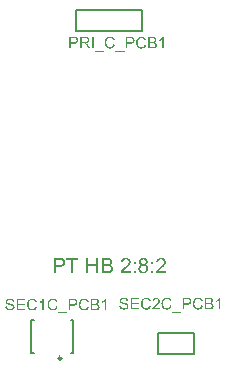
<source format=gto>
G04*
G04 #@! TF.GenerationSoftware,Altium Limited,Altium Designer,21.7.2 (23)*
G04*
G04 Layer_Color=65535*
%FSAX25Y25*%
%MOIN*%
G70*
G04*
G04 #@! TF.SameCoordinates,43612BD9-7431-4496-A61A-E5E58A6AB67A*
G04*
G04*
G04 #@! TF.FilePolarity,Positive*
G04*
G01*
G75*
%ADD10C,0.00984*%
%ADD11C,0.00787*%
G36*
X0158916Y0136401D02*
X0158249D01*
Y0138776D01*
X0155635D01*
Y0136401D01*
X0154969D01*
Y0141442D01*
X0155635D01*
Y0139367D01*
X0158249D01*
Y0141442D01*
X0158916D01*
Y0136401D01*
D02*
G37*
G36*
X0177267Y0139352D02*
X0176563D01*
Y0140056D01*
X0177267D01*
Y0139352D01*
D02*
G37*
G36*
X0171395D02*
X0170690D01*
Y0140056D01*
X0171395D01*
Y0139352D01*
D02*
G37*
G36*
X0179963Y0141449D02*
X0180023Y0141442D01*
X0180098Y0141435D01*
X0180173Y0141427D01*
X0180263Y0141405D01*
X0180442Y0141360D01*
X0180637Y0141285D01*
X0180727Y0141240D01*
X0180817Y0141187D01*
X0180907Y0141128D01*
X0180989Y0141053D01*
X0180997Y0141045D01*
X0181004Y0141038D01*
X0181027Y0141015D01*
X0181057Y0140978D01*
X0181087Y0140940D01*
X0181124Y0140895D01*
X0181161Y0140835D01*
X0181206Y0140776D01*
X0181281Y0140633D01*
X0181349Y0140461D01*
X0181379Y0140371D01*
X0181401Y0140266D01*
X0181409Y0140169D01*
X0181416Y0140056D01*
Y0140041D01*
Y0140004D01*
X0181409Y0139944D01*
X0181401Y0139869D01*
X0181386Y0139772D01*
X0181364Y0139674D01*
X0181334Y0139570D01*
X0181289Y0139457D01*
X0181281Y0139442D01*
X0181266Y0139405D01*
X0181236Y0139352D01*
X0181191Y0139277D01*
X0181131Y0139180D01*
X0181064Y0139075D01*
X0180974Y0138963D01*
X0180877Y0138843D01*
X0180862Y0138828D01*
X0180824Y0138783D01*
X0180794Y0138753D01*
X0180749Y0138708D01*
X0180705Y0138663D01*
X0180652Y0138611D01*
X0180592Y0138551D01*
X0180517Y0138484D01*
X0180442Y0138416D01*
X0180352Y0138334D01*
X0180263Y0138251D01*
X0180158Y0138161D01*
X0180045Y0138064D01*
X0179926Y0137959D01*
X0179918Y0137952D01*
X0179903Y0137937D01*
X0179873Y0137914D01*
X0179836Y0137884D01*
X0179746Y0137802D01*
X0179626Y0137705D01*
X0179506Y0137600D01*
X0179394Y0137495D01*
X0179289Y0137398D01*
X0179252Y0137360D01*
X0179214Y0137323D01*
X0179207Y0137315D01*
X0179192Y0137293D01*
X0179162Y0137263D01*
X0179124Y0137218D01*
X0179079Y0137173D01*
X0179034Y0137113D01*
X0178952Y0136993D01*
X0181424D01*
Y0136401D01*
X0178091D01*
Y0136409D01*
Y0136439D01*
Y0136484D01*
X0178098Y0136536D01*
X0178105Y0136603D01*
X0178113Y0136671D01*
X0178136Y0136753D01*
X0178158Y0136828D01*
Y0136836D01*
X0178165Y0136843D01*
X0178180Y0136888D01*
X0178210Y0136955D01*
X0178255Y0137038D01*
X0178315Y0137143D01*
X0178383Y0137255D01*
X0178465Y0137375D01*
X0178562Y0137495D01*
Y0137502D01*
X0178577Y0137510D01*
X0178615Y0137555D01*
X0178682Y0137622D01*
X0178772Y0137712D01*
X0178884Y0137824D01*
X0179027Y0137959D01*
X0179192Y0138101D01*
X0179379Y0138259D01*
X0179386Y0138266D01*
X0179416Y0138289D01*
X0179454Y0138326D01*
X0179514Y0138371D01*
X0179581Y0138424D01*
X0179656Y0138491D01*
X0179821Y0138648D01*
X0180008Y0138813D01*
X0180188Y0138993D01*
X0180278Y0139083D01*
X0180352Y0139165D01*
X0180427Y0139248D01*
X0180487Y0139322D01*
Y0139330D01*
X0180502Y0139337D01*
X0180517Y0139360D01*
X0180532Y0139390D01*
X0180577Y0139465D01*
X0180637Y0139562D01*
X0180690Y0139682D01*
X0180735Y0139809D01*
X0180764Y0139937D01*
X0180780Y0140071D01*
Y0140079D01*
Y0140086D01*
X0180772Y0140131D01*
X0180764Y0140199D01*
X0180749Y0140289D01*
X0180712Y0140386D01*
X0180667Y0140491D01*
X0180600Y0140596D01*
X0180510Y0140693D01*
X0180495Y0140700D01*
X0180465Y0140731D01*
X0180405Y0140776D01*
X0180330Y0140820D01*
X0180225Y0140865D01*
X0180113Y0140910D01*
X0179978Y0140940D01*
X0179828Y0140948D01*
X0179783D01*
X0179753Y0140940D01*
X0179671Y0140933D01*
X0179574Y0140910D01*
X0179454Y0140880D01*
X0179334Y0140828D01*
X0179214Y0140761D01*
X0179109Y0140671D01*
X0179102Y0140656D01*
X0179072Y0140618D01*
X0179027Y0140558D01*
X0178982Y0140476D01*
X0178929Y0140371D01*
X0178892Y0140244D01*
X0178862Y0140094D01*
X0178847Y0139929D01*
X0178210Y0139997D01*
Y0140004D01*
Y0140026D01*
X0178218Y0140064D01*
X0178225Y0140116D01*
X0178240Y0140176D01*
X0178255Y0140244D01*
X0178293Y0140401D01*
X0178353Y0140573D01*
X0178443Y0140753D01*
X0178495Y0140843D01*
X0178555Y0140925D01*
X0178622Y0141008D01*
X0178697Y0141083D01*
X0178705Y0141090D01*
X0178720Y0141097D01*
X0178742Y0141120D01*
X0178772Y0141142D01*
X0178817Y0141172D01*
X0178869Y0141202D01*
X0178929Y0141232D01*
X0179004Y0141270D01*
X0179079Y0141307D01*
X0179162Y0141337D01*
X0179259Y0141367D01*
X0179364Y0141397D01*
X0179469Y0141420D01*
X0179589Y0141442D01*
X0179708Y0141449D01*
X0179843Y0141457D01*
X0179911D01*
X0179963Y0141449D01*
D02*
G37*
G36*
X0177267Y0136401D02*
X0176563D01*
Y0137105D01*
X0177267D01*
Y0136401D01*
D02*
G37*
G36*
X0171395D02*
X0170690D01*
Y0137105D01*
X0171395D01*
Y0136401D01*
D02*
G37*
G36*
X0168219Y0141449D02*
X0168279Y0141442D01*
X0168353Y0141435D01*
X0168428Y0141427D01*
X0168518Y0141405D01*
X0168698Y0141360D01*
X0168893Y0141285D01*
X0168983Y0141240D01*
X0169073Y0141187D01*
X0169162Y0141128D01*
X0169245Y0141053D01*
X0169252Y0141045D01*
X0169260Y0141038D01*
X0169282Y0141015D01*
X0169312Y0140978D01*
X0169342Y0140940D01*
X0169380Y0140895D01*
X0169417Y0140835D01*
X0169462Y0140776D01*
X0169537Y0140633D01*
X0169604Y0140461D01*
X0169634Y0140371D01*
X0169657Y0140266D01*
X0169664Y0140169D01*
X0169672Y0140056D01*
Y0140041D01*
Y0140004D01*
X0169664Y0139944D01*
X0169657Y0139869D01*
X0169642Y0139772D01*
X0169619Y0139674D01*
X0169589Y0139570D01*
X0169544Y0139457D01*
X0169537Y0139442D01*
X0169522Y0139405D01*
X0169492Y0139352D01*
X0169447Y0139277D01*
X0169387Y0139180D01*
X0169320Y0139075D01*
X0169230Y0138963D01*
X0169132Y0138843D01*
X0169117Y0138828D01*
X0169080Y0138783D01*
X0169050Y0138753D01*
X0169005Y0138708D01*
X0168960Y0138663D01*
X0168908Y0138611D01*
X0168848Y0138551D01*
X0168773Y0138484D01*
X0168698Y0138416D01*
X0168608Y0138334D01*
X0168518Y0138251D01*
X0168413Y0138161D01*
X0168301Y0138064D01*
X0168181Y0137959D01*
X0168174Y0137952D01*
X0168159Y0137937D01*
X0168129Y0137914D01*
X0168091Y0137884D01*
X0168001Y0137802D01*
X0167882Y0137705D01*
X0167762Y0137600D01*
X0167649Y0137495D01*
X0167545Y0137398D01*
X0167507Y0137360D01*
X0167470Y0137323D01*
X0167462Y0137315D01*
X0167447Y0137293D01*
X0167417Y0137263D01*
X0167380Y0137218D01*
X0167335Y0137173D01*
X0167290Y0137113D01*
X0167208Y0136993D01*
X0169679D01*
Y0136401D01*
X0166346D01*
Y0136409D01*
Y0136439D01*
Y0136484D01*
X0166354Y0136536D01*
X0166361Y0136603D01*
X0166369Y0136671D01*
X0166391Y0136753D01*
X0166414Y0136828D01*
Y0136836D01*
X0166421Y0136843D01*
X0166436Y0136888D01*
X0166466Y0136955D01*
X0166511Y0137038D01*
X0166571Y0137143D01*
X0166638Y0137255D01*
X0166721Y0137375D01*
X0166818Y0137495D01*
Y0137502D01*
X0166833Y0137510D01*
X0166870Y0137555D01*
X0166938Y0137622D01*
X0167028Y0137712D01*
X0167140Y0137824D01*
X0167282Y0137959D01*
X0167447Y0138101D01*
X0167634Y0138259D01*
X0167642Y0138266D01*
X0167672Y0138289D01*
X0167709Y0138326D01*
X0167769Y0138371D01*
X0167837Y0138424D01*
X0167912Y0138491D01*
X0168076Y0138648D01*
X0168264Y0138813D01*
X0168443Y0138993D01*
X0168533Y0139083D01*
X0168608Y0139165D01*
X0168683Y0139248D01*
X0168743Y0139322D01*
Y0139330D01*
X0168758Y0139337D01*
X0168773Y0139360D01*
X0168788Y0139390D01*
X0168833Y0139465D01*
X0168893Y0139562D01*
X0168945Y0139682D01*
X0168990Y0139809D01*
X0169020Y0139937D01*
X0169035Y0140071D01*
Y0140079D01*
Y0140086D01*
X0169028Y0140131D01*
X0169020Y0140199D01*
X0169005Y0140289D01*
X0168968Y0140386D01*
X0168923Y0140491D01*
X0168855Y0140596D01*
X0168765Y0140693D01*
X0168751Y0140700D01*
X0168721Y0140731D01*
X0168661Y0140776D01*
X0168586Y0140820D01*
X0168481Y0140865D01*
X0168368Y0140910D01*
X0168234Y0140940D01*
X0168084Y0140948D01*
X0168039D01*
X0168009Y0140940D01*
X0167927Y0140933D01*
X0167829Y0140910D01*
X0167709Y0140880D01*
X0167590Y0140828D01*
X0167470Y0140761D01*
X0167365Y0140671D01*
X0167357Y0140656D01*
X0167327Y0140618D01*
X0167282Y0140558D01*
X0167237Y0140476D01*
X0167185Y0140371D01*
X0167148Y0140244D01*
X0167118Y0140094D01*
X0167103Y0139929D01*
X0166466Y0139997D01*
Y0140004D01*
Y0140026D01*
X0166474Y0140064D01*
X0166481Y0140116D01*
X0166496Y0140176D01*
X0166511Y0140244D01*
X0166549Y0140401D01*
X0166608Y0140573D01*
X0166698Y0140753D01*
X0166751Y0140843D01*
X0166811Y0140925D01*
X0166878Y0141008D01*
X0166953Y0141083D01*
X0166960Y0141090D01*
X0166975Y0141097D01*
X0166998Y0141120D01*
X0167028Y0141142D01*
X0167073Y0141172D01*
X0167125Y0141202D01*
X0167185Y0141232D01*
X0167260Y0141270D01*
X0167335Y0141307D01*
X0167417Y0141337D01*
X0167515Y0141367D01*
X0167620Y0141397D01*
X0167724Y0141420D01*
X0167844Y0141442D01*
X0167964Y0141449D01*
X0168099Y0141457D01*
X0168166D01*
X0168219Y0141449D01*
D02*
G37*
G36*
X0162032Y0141435D02*
X0162092D01*
X0162219Y0141420D01*
X0162369Y0141405D01*
X0162519Y0141375D01*
X0162676Y0141337D01*
X0162811Y0141285D01*
X0162818D01*
X0162826Y0141277D01*
X0162871Y0141255D01*
X0162931Y0141217D01*
X0163013Y0141172D01*
X0163103Y0141105D01*
X0163193Y0141023D01*
X0163275Y0140925D01*
X0163358Y0140813D01*
X0163365Y0140798D01*
X0163388Y0140761D01*
X0163425Y0140693D01*
X0163463Y0140611D01*
X0163493Y0140513D01*
X0163530Y0140401D01*
X0163552Y0140274D01*
X0163560Y0140146D01*
Y0140131D01*
Y0140094D01*
X0163552Y0140026D01*
X0163538Y0139952D01*
X0163515Y0139854D01*
X0163485Y0139757D01*
X0163440Y0139645D01*
X0163380Y0139540D01*
X0163373Y0139525D01*
X0163350Y0139495D01*
X0163305Y0139442D01*
X0163253Y0139375D01*
X0163178Y0139300D01*
X0163081Y0139225D01*
X0162976Y0139150D01*
X0162848Y0139083D01*
X0162856D01*
X0162871Y0139075D01*
X0162893Y0139068D01*
X0162923Y0139060D01*
X0163006Y0139023D01*
X0163110Y0138978D01*
X0163223Y0138910D01*
X0163335Y0138828D01*
X0163455Y0138731D01*
X0163552Y0138618D01*
X0163560Y0138603D01*
X0163590Y0138558D01*
X0163635Y0138491D01*
X0163680Y0138401D01*
X0163725Y0138289D01*
X0163770Y0138161D01*
X0163800Y0138019D01*
X0163807Y0137862D01*
Y0137854D01*
Y0137847D01*
Y0137802D01*
X0163800Y0137734D01*
X0163792Y0137645D01*
X0163770Y0137540D01*
X0163747Y0137427D01*
X0163710Y0137315D01*
X0163657Y0137195D01*
X0163650Y0137180D01*
X0163627Y0137143D01*
X0163597Y0137090D01*
X0163552Y0137023D01*
X0163500Y0136948D01*
X0163440Y0136873D01*
X0163365Y0136798D01*
X0163283Y0136731D01*
X0163275Y0136723D01*
X0163245Y0136701D01*
X0163193Y0136671D01*
X0163133Y0136641D01*
X0163051Y0136596D01*
X0162961Y0136559D01*
X0162848Y0136521D01*
X0162729Y0136484D01*
X0162714D01*
X0162669Y0136469D01*
X0162601Y0136461D01*
X0162504Y0136446D01*
X0162384Y0136431D01*
X0162249Y0136416D01*
X0162092Y0136409D01*
X0161920Y0136401D01*
X0160002D01*
Y0141442D01*
X0161987D01*
X0162032Y0141435D01*
D02*
G37*
G36*
X0152303Y0140850D02*
X0150640D01*
Y0136401D01*
X0149973D01*
Y0140850D01*
X0148310D01*
Y0141442D01*
X0152303D01*
Y0140850D01*
D02*
G37*
G36*
X0146176Y0141435D02*
X0146295Y0141427D01*
X0146423Y0141420D01*
X0146550Y0141405D01*
X0146655Y0141390D01*
X0146670D01*
X0146715Y0141375D01*
X0146790Y0141360D01*
X0146872Y0141337D01*
X0146970Y0141307D01*
X0147074Y0141270D01*
X0147179Y0141217D01*
X0147277Y0141157D01*
X0147292Y0141150D01*
X0147322Y0141128D01*
X0147367Y0141090D01*
X0147426Y0141030D01*
X0147486Y0140963D01*
X0147554Y0140880D01*
X0147621Y0140783D01*
X0147681Y0140671D01*
X0147689Y0140656D01*
X0147704Y0140618D01*
X0147734Y0140551D01*
X0147764Y0140468D01*
X0147786Y0140364D01*
X0147816Y0140251D01*
X0147831Y0140116D01*
X0147838Y0139981D01*
Y0139974D01*
Y0139952D01*
Y0139922D01*
X0147831Y0139877D01*
X0147824Y0139817D01*
X0147816Y0139757D01*
X0147801Y0139682D01*
X0147786Y0139607D01*
X0147741Y0139435D01*
X0147666Y0139255D01*
X0147621Y0139158D01*
X0147561Y0139068D01*
X0147501Y0138978D01*
X0147426Y0138895D01*
X0147419Y0138888D01*
X0147404Y0138873D01*
X0147381Y0138858D01*
X0147344Y0138828D01*
X0147299Y0138791D01*
X0147239Y0138753D01*
X0147172Y0138716D01*
X0147089Y0138678D01*
X0146992Y0138633D01*
X0146887Y0138596D01*
X0146767Y0138558D01*
X0146633Y0138521D01*
X0146483Y0138491D01*
X0146318Y0138476D01*
X0146146Y0138461D01*
X0145951Y0138453D01*
X0144663D01*
Y0136401D01*
X0143996D01*
Y0141442D01*
X0146063D01*
X0146176Y0141435D01*
D02*
G37*
G36*
X0174053Y0141449D02*
X0174106Y0141442D01*
X0174173Y0141435D01*
X0174323Y0141412D01*
X0174488Y0141360D01*
X0174668Y0141292D01*
X0174758Y0141247D01*
X0174840Y0141195D01*
X0174930Y0141135D01*
X0175005Y0141068D01*
X0175012Y0141060D01*
X0175020Y0141053D01*
X0175042Y0141030D01*
X0175065Y0141000D01*
X0175102Y0140963D01*
X0175132Y0140918D01*
X0175207Y0140805D01*
X0175282Y0140671D01*
X0175349Y0140513D01*
X0175394Y0140333D01*
X0175402Y0140236D01*
X0175409Y0140139D01*
Y0140131D01*
Y0140124D01*
Y0140079D01*
X0175402Y0140012D01*
X0175387Y0139929D01*
X0175364Y0139832D01*
X0175327Y0139734D01*
X0175282Y0139629D01*
X0175222Y0139525D01*
X0175214Y0139517D01*
X0175184Y0139480D01*
X0175139Y0139435D01*
X0175080Y0139382D01*
X0175005Y0139315D01*
X0174907Y0139248D01*
X0174795Y0139188D01*
X0174660Y0139128D01*
X0174668D01*
X0174683Y0139120D01*
X0174705Y0139113D01*
X0174735Y0139098D01*
X0174825Y0139060D01*
X0174930Y0139008D01*
X0175042Y0138940D01*
X0175162Y0138858D01*
X0175274Y0138761D01*
X0175372Y0138641D01*
X0175379Y0138626D01*
X0175409Y0138581D01*
X0175447Y0138514D01*
X0175499Y0138416D01*
X0175544Y0138296D01*
X0175581Y0138161D01*
X0175611Y0138004D01*
X0175619Y0137839D01*
Y0137832D01*
Y0137809D01*
Y0137779D01*
X0175611Y0137734D01*
X0175604Y0137675D01*
X0175596Y0137615D01*
X0175581Y0137540D01*
X0175559Y0137465D01*
X0175506Y0137293D01*
X0175469Y0137203D01*
X0175424Y0137113D01*
X0175372Y0137015D01*
X0175304Y0136926D01*
X0175237Y0136836D01*
X0175154Y0136753D01*
X0175147Y0136746D01*
X0175132Y0136738D01*
X0175110Y0136716D01*
X0175072Y0136686D01*
X0175027Y0136656D01*
X0174975Y0136618D01*
X0174907Y0136574D01*
X0174832Y0136536D01*
X0174750Y0136499D01*
X0174660Y0136454D01*
X0174563Y0136416D01*
X0174458Y0136386D01*
X0174346Y0136356D01*
X0174218Y0136341D01*
X0174091Y0136326D01*
X0173956Y0136319D01*
X0173881D01*
X0173829Y0136326D01*
X0173769Y0136334D01*
X0173694Y0136341D01*
X0173611Y0136356D01*
X0173522Y0136371D01*
X0173334Y0136424D01*
X0173230Y0136461D01*
X0173132Y0136506D01*
X0173035Y0136551D01*
X0172930Y0136611D01*
X0172840Y0136678D01*
X0172750Y0136753D01*
X0172743Y0136761D01*
X0172728Y0136776D01*
X0172705Y0136798D01*
X0172683Y0136836D01*
X0172645Y0136873D01*
X0172608Y0136926D01*
X0172563Y0136986D01*
X0172526Y0137060D01*
X0172480Y0137135D01*
X0172436Y0137218D01*
X0172368Y0137405D01*
X0172338Y0137510D01*
X0172316Y0137615D01*
X0172301Y0137734D01*
X0172293Y0137854D01*
Y0137862D01*
Y0137877D01*
Y0137899D01*
X0172301Y0137937D01*
Y0137982D01*
X0172308Y0138027D01*
X0172323Y0138146D01*
X0172353Y0138274D01*
X0172398Y0138409D01*
X0172458Y0138551D01*
X0172540Y0138678D01*
Y0138686D01*
X0172555Y0138693D01*
X0172585Y0138731D01*
X0172645Y0138791D01*
X0172720Y0138858D01*
X0172825Y0138933D01*
X0172945Y0139008D01*
X0173087Y0139075D01*
X0173252Y0139128D01*
X0173245D01*
X0173237Y0139135D01*
X0173192Y0139158D01*
X0173117Y0139188D01*
X0173035Y0139233D01*
X0172937Y0139292D01*
X0172848Y0139360D01*
X0172758Y0139442D01*
X0172675Y0139532D01*
X0172668Y0139547D01*
X0172645Y0139577D01*
X0172615Y0139637D01*
X0172585Y0139712D01*
X0172555Y0139802D01*
X0172526Y0139907D01*
X0172503Y0140026D01*
X0172495Y0140154D01*
Y0140161D01*
Y0140176D01*
Y0140206D01*
X0172503Y0140244D01*
X0172511Y0140296D01*
X0172518Y0140348D01*
X0172548Y0140476D01*
X0172593Y0140626D01*
X0172660Y0140783D01*
X0172705Y0140858D01*
X0172758Y0140933D01*
X0172818Y0141008D01*
X0172885Y0141083D01*
X0172892Y0141090D01*
X0172900Y0141097D01*
X0172930Y0141120D01*
X0172960Y0141142D01*
X0172997Y0141172D01*
X0173042Y0141202D01*
X0173102Y0141232D01*
X0173170Y0141270D01*
X0173237Y0141307D01*
X0173319Y0141337D01*
X0173499Y0141397D01*
X0173709Y0141442D01*
X0173821Y0141449D01*
X0173941Y0141457D01*
X0174009D01*
X0174053Y0141449D01*
D02*
G37*
G36*
X0173428Y0215181D02*
X0173479Y0215175D01*
X0173537Y0215169D01*
X0173599Y0215164D01*
X0173673Y0215152D01*
X0173822Y0215112D01*
X0173988Y0215061D01*
X0174067Y0215026D01*
X0174147Y0214987D01*
X0174227Y0214941D01*
X0174302Y0214890D01*
X0174307Y0214884D01*
X0174319Y0214878D01*
X0174342Y0214861D01*
X0174364Y0214838D01*
X0174399Y0214804D01*
X0174433Y0214770D01*
X0174473Y0214724D01*
X0174519Y0214678D01*
X0174564Y0214621D01*
X0174610Y0214558D01*
X0174656Y0214495D01*
X0174701Y0214421D01*
X0174747Y0214341D01*
X0174787Y0214256D01*
X0174821Y0214164D01*
X0174855Y0214067D01*
X0174353Y0213947D01*
Y0213953D01*
X0174347Y0213965D01*
X0174342Y0213987D01*
X0174330Y0214016D01*
X0174313Y0214050D01*
X0174296Y0214090D01*
X0174250Y0214181D01*
X0174199Y0214279D01*
X0174130Y0214381D01*
X0174050Y0214478D01*
X0173959Y0214558D01*
X0173948Y0214564D01*
X0173913Y0214587D01*
X0173862Y0214621D01*
X0173788Y0214655D01*
X0173696Y0214690D01*
X0173588Y0214724D01*
X0173462Y0214747D01*
X0173325Y0214752D01*
X0173280D01*
X0173251Y0214747D01*
X0173211D01*
X0173171Y0214741D01*
X0173068Y0214724D01*
X0172948Y0214701D01*
X0172823Y0214661D01*
X0172703Y0214610D01*
X0172583Y0214535D01*
X0172577D01*
X0172572Y0214524D01*
X0172537Y0214495D01*
X0172480Y0214450D01*
X0172417Y0214387D01*
X0172349Y0214301D01*
X0172280Y0214204D01*
X0172218Y0214090D01*
X0172166Y0213965D01*
Y0213959D01*
X0172160Y0213947D01*
X0172155Y0213930D01*
X0172149Y0213902D01*
X0172137Y0213873D01*
X0172126Y0213833D01*
X0172109Y0213742D01*
X0172086Y0213628D01*
X0172063Y0213502D01*
X0172052Y0213371D01*
X0172046Y0213228D01*
Y0213222D01*
Y0213205D01*
Y0213182D01*
Y0213148D01*
X0172052Y0213102D01*
Y0213051D01*
X0172058Y0213000D01*
X0172063Y0212937D01*
X0172080Y0212805D01*
X0172109Y0212657D01*
X0172143Y0212514D01*
X0172189Y0212371D01*
Y0212366D01*
X0172195Y0212354D01*
X0172206Y0212337D01*
X0172218Y0212314D01*
X0172252Y0212246D01*
X0172297Y0212166D01*
X0172360Y0212074D01*
X0172434Y0211989D01*
X0172526Y0211897D01*
X0172629Y0211823D01*
X0172634D01*
X0172640Y0211818D01*
X0172657Y0211806D01*
X0172680Y0211795D01*
X0172743Y0211766D01*
X0172823Y0211738D01*
X0172920Y0211703D01*
X0173034Y0211675D01*
X0173154Y0211652D01*
X0173285Y0211646D01*
X0173325D01*
X0173354Y0211652D01*
X0173394D01*
X0173434Y0211658D01*
X0173537Y0211675D01*
X0173645Y0211709D01*
X0173765Y0211749D01*
X0173890Y0211812D01*
X0173948Y0211846D01*
X0174005Y0211892D01*
X0174010Y0211897D01*
X0174016Y0211903D01*
X0174033Y0211920D01*
X0174050Y0211937D01*
X0174079Y0211966D01*
X0174102Y0211995D01*
X0174165Y0212074D01*
X0174233Y0212177D01*
X0174302Y0212303D01*
X0174364Y0212451D01*
X0174410Y0212623D01*
X0174918Y0212491D01*
Y0212486D01*
X0174913Y0212463D01*
X0174901Y0212434D01*
X0174890Y0212388D01*
X0174867Y0212337D01*
X0174844Y0212274D01*
X0174821Y0212211D01*
X0174787Y0212137D01*
X0174707Y0211983D01*
X0174610Y0211829D01*
X0174547Y0211749D01*
X0174484Y0211675D01*
X0174416Y0211600D01*
X0174342Y0211538D01*
X0174336Y0211532D01*
X0174325Y0211526D01*
X0174302Y0211509D01*
X0174267Y0211486D01*
X0174227Y0211463D01*
X0174176Y0211435D01*
X0174125Y0211406D01*
X0174056Y0211378D01*
X0173988Y0211344D01*
X0173908Y0211315D01*
X0173828Y0211286D01*
X0173736Y0211264D01*
X0173639Y0211241D01*
X0173542Y0211224D01*
X0173434Y0211218D01*
X0173325Y0211212D01*
X0173268D01*
X0173222Y0211218D01*
X0173171D01*
X0173108Y0211224D01*
X0173040Y0211235D01*
X0172966Y0211246D01*
X0172806Y0211275D01*
X0172634Y0211321D01*
X0172469Y0211384D01*
X0172389Y0211418D01*
X0172315Y0211463D01*
X0172309Y0211469D01*
X0172297Y0211475D01*
X0172280Y0211492D01*
X0172252Y0211509D01*
X0172218Y0211538D01*
X0172183Y0211566D01*
X0172098Y0211652D01*
X0172001Y0211755D01*
X0171898Y0211880D01*
X0171806Y0212023D01*
X0171721Y0212194D01*
Y0212200D01*
X0171715Y0212217D01*
X0171704Y0212240D01*
X0171692Y0212280D01*
X0171675Y0212320D01*
X0171658Y0212377D01*
X0171641Y0212434D01*
X0171624Y0212503D01*
X0171601Y0212577D01*
X0171584Y0212657D01*
X0171555Y0212834D01*
X0171532Y0213022D01*
X0171521Y0213228D01*
Y0213234D01*
Y0213256D01*
Y0213285D01*
X0171527Y0213331D01*
Y0213382D01*
X0171532Y0213439D01*
X0171538Y0213508D01*
X0171549Y0213582D01*
X0171578Y0213748D01*
X0171618Y0213925D01*
X0171675Y0214102D01*
X0171749Y0214273D01*
Y0214279D01*
X0171761Y0214290D01*
X0171772Y0214313D01*
X0171789Y0214347D01*
X0171818Y0214381D01*
X0171846Y0214427D01*
X0171915Y0214524D01*
X0172006Y0214633D01*
X0172120Y0214747D01*
X0172252Y0214855D01*
X0172400Y0214952D01*
X0172406D01*
X0172417Y0214964D01*
X0172440Y0214975D01*
X0172474Y0214987D01*
X0172514Y0215009D01*
X0172560Y0215026D01*
X0172617Y0215049D01*
X0172674Y0215072D01*
X0172743Y0215089D01*
X0172811Y0215112D01*
X0172971Y0215152D01*
X0173143Y0215175D01*
X0173331Y0215186D01*
X0173388D01*
X0173428Y0215181D01*
D02*
G37*
G36*
X0162984D02*
X0163036Y0215175D01*
X0163093Y0215169D01*
X0163156Y0215164D01*
X0163230Y0215152D01*
X0163378Y0215112D01*
X0163544Y0215061D01*
X0163624Y0215026D01*
X0163704Y0214987D01*
X0163784Y0214941D01*
X0163858Y0214890D01*
X0163864Y0214884D01*
X0163875Y0214878D01*
X0163898Y0214861D01*
X0163921Y0214838D01*
X0163955Y0214804D01*
X0163989Y0214770D01*
X0164029Y0214724D01*
X0164075Y0214678D01*
X0164121Y0214621D01*
X0164166Y0214558D01*
X0164212Y0214495D01*
X0164258Y0214421D01*
X0164303Y0214341D01*
X0164343Y0214256D01*
X0164378Y0214164D01*
X0164412Y0214067D01*
X0163909Y0213947D01*
Y0213953D01*
X0163904Y0213965D01*
X0163898Y0213987D01*
X0163887Y0214016D01*
X0163869Y0214050D01*
X0163852Y0214090D01*
X0163807Y0214181D01*
X0163755Y0214279D01*
X0163687Y0214381D01*
X0163607Y0214478D01*
X0163515Y0214558D01*
X0163504Y0214564D01*
X0163470Y0214587D01*
X0163418Y0214621D01*
X0163344Y0214655D01*
X0163253Y0214690D01*
X0163144Y0214724D01*
X0163019Y0214747D01*
X0162882Y0214752D01*
X0162836D01*
X0162807Y0214747D01*
X0162767D01*
X0162727Y0214741D01*
X0162625Y0214724D01*
X0162505Y0214701D01*
X0162379Y0214661D01*
X0162259Y0214610D01*
X0162139Y0214535D01*
X0162134D01*
X0162128Y0214524D01*
X0162094Y0214495D01*
X0162037Y0214450D01*
X0161974Y0214387D01*
X0161905Y0214301D01*
X0161837Y0214204D01*
X0161774Y0214090D01*
X0161723Y0213965D01*
Y0213959D01*
X0161717Y0213947D01*
X0161711Y0213930D01*
X0161705Y0213902D01*
X0161694Y0213873D01*
X0161682Y0213833D01*
X0161665Y0213742D01*
X0161643Y0213628D01*
X0161620Y0213502D01*
X0161608Y0213371D01*
X0161603Y0213228D01*
Y0213222D01*
Y0213205D01*
Y0213182D01*
Y0213148D01*
X0161608Y0213102D01*
Y0213051D01*
X0161614Y0213000D01*
X0161620Y0212937D01*
X0161637Y0212805D01*
X0161665Y0212657D01*
X0161700Y0212514D01*
X0161745Y0212371D01*
Y0212366D01*
X0161751Y0212354D01*
X0161762Y0212337D01*
X0161774Y0212314D01*
X0161808Y0212246D01*
X0161854Y0212166D01*
X0161917Y0212074D01*
X0161991Y0211989D01*
X0162082Y0211897D01*
X0162185Y0211823D01*
X0162191D01*
X0162196Y0211818D01*
X0162214Y0211806D01*
X0162236Y0211795D01*
X0162299Y0211766D01*
X0162379Y0211738D01*
X0162476Y0211703D01*
X0162590Y0211675D01*
X0162710Y0211652D01*
X0162842Y0211646D01*
X0162882D01*
X0162910Y0211652D01*
X0162950D01*
X0162990Y0211658D01*
X0163093Y0211675D01*
X0163201Y0211709D01*
X0163321Y0211749D01*
X0163447Y0211812D01*
X0163504Y0211846D01*
X0163561Y0211892D01*
X0163567Y0211897D01*
X0163573Y0211903D01*
X0163590Y0211920D01*
X0163607Y0211937D01*
X0163635Y0211966D01*
X0163658Y0211995D01*
X0163721Y0212074D01*
X0163789Y0212177D01*
X0163858Y0212303D01*
X0163921Y0212451D01*
X0163967Y0212623D01*
X0164475Y0212491D01*
Y0212486D01*
X0164469Y0212463D01*
X0164458Y0212434D01*
X0164446Y0212388D01*
X0164423Y0212337D01*
X0164400Y0212274D01*
X0164378Y0212211D01*
X0164343Y0212137D01*
X0164263Y0211983D01*
X0164166Y0211829D01*
X0164103Y0211749D01*
X0164041Y0211675D01*
X0163972Y0211600D01*
X0163898Y0211538D01*
X0163892Y0211532D01*
X0163881Y0211526D01*
X0163858Y0211509D01*
X0163824Y0211486D01*
X0163784Y0211463D01*
X0163732Y0211435D01*
X0163681Y0211406D01*
X0163612Y0211378D01*
X0163544Y0211344D01*
X0163464Y0211315D01*
X0163384Y0211286D01*
X0163293Y0211264D01*
X0163196Y0211241D01*
X0163099Y0211224D01*
X0162990Y0211218D01*
X0162882Y0211212D01*
X0162824D01*
X0162779Y0211218D01*
X0162727D01*
X0162665Y0211224D01*
X0162596Y0211235D01*
X0162522Y0211246D01*
X0162362Y0211275D01*
X0162191Y0211321D01*
X0162025Y0211384D01*
X0161945Y0211418D01*
X0161871Y0211463D01*
X0161865Y0211469D01*
X0161854Y0211475D01*
X0161837Y0211492D01*
X0161808Y0211509D01*
X0161774Y0211538D01*
X0161740Y0211566D01*
X0161654Y0211652D01*
X0161557Y0211755D01*
X0161454Y0211880D01*
X0161363Y0212023D01*
X0161277Y0212194D01*
Y0212200D01*
X0161271Y0212217D01*
X0161260Y0212240D01*
X0161249Y0212280D01*
X0161231Y0212320D01*
X0161214Y0212377D01*
X0161197Y0212434D01*
X0161180Y0212503D01*
X0161157Y0212577D01*
X0161140Y0212657D01*
X0161111Y0212834D01*
X0161089Y0213022D01*
X0161077Y0213228D01*
Y0213234D01*
Y0213256D01*
Y0213285D01*
X0161083Y0213331D01*
Y0213382D01*
X0161089Y0213439D01*
X0161094Y0213508D01*
X0161106Y0213582D01*
X0161134Y0213748D01*
X0161174Y0213925D01*
X0161231Y0214102D01*
X0161306Y0214273D01*
Y0214279D01*
X0161317Y0214290D01*
X0161328Y0214313D01*
X0161346Y0214347D01*
X0161374Y0214381D01*
X0161403Y0214427D01*
X0161471Y0214524D01*
X0161563Y0214633D01*
X0161677Y0214747D01*
X0161808Y0214855D01*
X0161957Y0214952D01*
X0161962D01*
X0161974Y0214964D01*
X0161997Y0214975D01*
X0162031Y0214987D01*
X0162071Y0215009D01*
X0162117Y0215026D01*
X0162174Y0215049D01*
X0162231Y0215072D01*
X0162299Y0215089D01*
X0162368Y0215112D01*
X0162528Y0215152D01*
X0162699Y0215175D01*
X0162887Y0215186D01*
X0162944D01*
X0162984Y0215181D01*
D02*
G37*
G36*
X0180708Y0211275D02*
X0180234D01*
Y0214273D01*
X0180229Y0214267D01*
X0180206Y0214244D01*
X0180166Y0214216D01*
X0180114Y0214170D01*
X0180052Y0214124D01*
X0179972Y0214067D01*
X0179880Y0214010D01*
X0179783Y0213947D01*
X0179778D01*
X0179772Y0213942D01*
X0179737Y0213919D01*
X0179686Y0213890D01*
X0179618Y0213856D01*
X0179543Y0213816D01*
X0179463Y0213782D01*
X0179378Y0213742D01*
X0179292Y0213707D01*
Y0214164D01*
X0179298D01*
X0179309Y0214170D01*
X0179332Y0214181D01*
X0179361Y0214199D01*
X0179395Y0214216D01*
X0179435Y0214239D01*
X0179526Y0214290D01*
X0179635Y0214353D01*
X0179749Y0214427D01*
X0179863Y0214513D01*
X0179977Y0214610D01*
X0179983Y0214615D01*
X0179989Y0214621D01*
X0180029Y0214655D01*
X0180080Y0214707D01*
X0180143Y0214775D01*
X0180211Y0214855D01*
X0180280Y0214941D01*
X0180349Y0215032D01*
X0180400Y0215129D01*
X0180708D01*
Y0211275D01*
D02*
G37*
G36*
X0177071Y0215112D02*
X0177117D01*
X0177214Y0215101D01*
X0177328Y0215089D01*
X0177442Y0215067D01*
X0177562Y0215038D01*
X0177665Y0214998D01*
X0177671D01*
X0177676Y0214992D01*
X0177710Y0214975D01*
X0177756Y0214947D01*
X0177819Y0214912D01*
X0177887Y0214861D01*
X0177956Y0214798D01*
X0178019Y0214724D01*
X0178082Y0214638D01*
X0178087Y0214627D01*
X0178104Y0214598D01*
X0178133Y0214547D01*
X0178162Y0214484D01*
X0178184Y0214410D01*
X0178213Y0214324D01*
X0178230Y0214227D01*
X0178236Y0214130D01*
Y0214119D01*
Y0214090D01*
X0178230Y0214039D01*
X0178219Y0213982D01*
X0178201Y0213907D01*
X0178179Y0213833D01*
X0178144Y0213748D01*
X0178099Y0213667D01*
X0178093Y0213656D01*
X0178076Y0213633D01*
X0178042Y0213593D01*
X0178002Y0213542D01*
X0177945Y0213485D01*
X0177870Y0213428D01*
X0177790Y0213371D01*
X0177693Y0213319D01*
X0177699D01*
X0177710Y0213314D01*
X0177728Y0213308D01*
X0177751Y0213302D01*
X0177813Y0213274D01*
X0177893Y0213239D01*
X0177979Y0213188D01*
X0178065Y0213125D01*
X0178156Y0213051D01*
X0178230Y0212965D01*
X0178236Y0212954D01*
X0178259Y0212919D01*
X0178293Y0212868D01*
X0178327Y0212800D01*
X0178361Y0212714D01*
X0178396Y0212617D01*
X0178419Y0212508D01*
X0178424Y0212388D01*
Y0212383D01*
Y0212377D01*
Y0212343D01*
X0178419Y0212291D01*
X0178413Y0212223D01*
X0178396Y0212143D01*
X0178378Y0212057D01*
X0178350Y0211972D01*
X0178310Y0211880D01*
X0178304Y0211869D01*
X0178287Y0211840D01*
X0178264Y0211800D01*
X0178230Y0211749D01*
X0178190Y0211692D01*
X0178144Y0211635D01*
X0178087Y0211578D01*
X0178024Y0211526D01*
X0178019Y0211521D01*
X0177996Y0211504D01*
X0177956Y0211481D01*
X0177910Y0211458D01*
X0177848Y0211423D01*
X0177779Y0211395D01*
X0177693Y0211366D01*
X0177602Y0211338D01*
X0177591D01*
X0177556Y0211327D01*
X0177505Y0211321D01*
X0177431Y0211309D01*
X0177339Y0211298D01*
X0177237Y0211286D01*
X0177117Y0211281D01*
X0176985Y0211275D01*
X0175524D01*
Y0215118D01*
X0177037D01*
X0177071Y0215112D01*
D02*
G37*
G36*
X0169751D02*
X0169842Y0215107D01*
X0169939Y0215101D01*
X0170036Y0215089D01*
X0170116Y0215078D01*
X0170128D01*
X0170162Y0215067D01*
X0170219Y0215055D01*
X0170282Y0215038D01*
X0170356Y0215015D01*
X0170436Y0214987D01*
X0170516Y0214947D01*
X0170590Y0214901D01*
X0170601Y0214895D01*
X0170624Y0214878D01*
X0170659Y0214849D01*
X0170704Y0214804D01*
X0170750Y0214752D01*
X0170801Y0214690D01*
X0170853Y0214615D01*
X0170898Y0214530D01*
X0170904Y0214518D01*
X0170916Y0214490D01*
X0170938Y0214438D01*
X0170961Y0214376D01*
X0170978Y0214296D01*
X0171001Y0214210D01*
X0171013Y0214107D01*
X0171018Y0214004D01*
Y0213999D01*
Y0213982D01*
Y0213959D01*
X0171013Y0213925D01*
X0171007Y0213879D01*
X0171001Y0213833D01*
X0170990Y0213776D01*
X0170978Y0213719D01*
X0170944Y0213588D01*
X0170887Y0213451D01*
X0170853Y0213376D01*
X0170807Y0213308D01*
X0170761Y0213239D01*
X0170704Y0213176D01*
X0170699Y0213171D01*
X0170687Y0213159D01*
X0170670Y0213148D01*
X0170642Y0213125D01*
X0170607Y0213096D01*
X0170562Y0213068D01*
X0170510Y0213039D01*
X0170447Y0213011D01*
X0170373Y0212977D01*
X0170293Y0212948D01*
X0170202Y0212919D01*
X0170099Y0212891D01*
X0169985Y0212868D01*
X0169859Y0212857D01*
X0169728Y0212845D01*
X0169579Y0212840D01*
X0168597D01*
Y0211275D01*
X0168089D01*
Y0215118D01*
X0169665D01*
X0169751Y0215112D01*
D02*
G37*
G36*
X0157343Y0211275D02*
X0156835D01*
Y0215118D01*
X0157343D01*
Y0211275D01*
D02*
G37*
G36*
X0154705Y0215112D02*
X0154756D01*
X0154870Y0215107D01*
X0154996Y0215089D01*
X0155122Y0215072D01*
X0155247Y0215044D01*
X0155304Y0215026D01*
X0155356Y0215009D01*
X0155361D01*
X0155367Y0215004D01*
X0155402Y0214992D01*
X0155447Y0214964D01*
X0155510Y0214924D01*
X0155578Y0214872D01*
X0155653Y0214809D01*
X0155721Y0214735D01*
X0155784Y0214644D01*
X0155790Y0214633D01*
X0155813Y0214598D01*
X0155835Y0214547D01*
X0155870Y0214473D01*
X0155898Y0214387D01*
X0155927Y0214290D01*
X0155944Y0214181D01*
X0155950Y0214067D01*
Y0214061D01*
Y0214050D01*
Y0214027D01*
X0155944Y0213999D01*
Y0213965D01*
X0155938Y0213925D01*
X0155915Y0213827D01*
X0155887Y0213719D01*
X0155835Y0213605D01*
X0155773Y0213485D01*
X0155727Y0213428D01*
X0155681Y0213376D01*
X0155676Y0213371D01*
X0155670Y0213365D01*
X0155653Y0213348D01*
X0155630Y0213331D01*
X0155601Y0213308D01*
X0155567Y0213285D01*
X0155527Y0213256D01*
X0155481Y0213228D01*
X0155424Y0213199D01*
X0155367Y0213165D01*
X0155299Y0213137D01*
X0155225Y0213108D01*
X0155145Y0213085D01*
X0155059Y0213057D01*
X0154968Y0213039D01*
X0154865Y0213022D01*
X0154876Y0213017D01*
X0154899Y0213005D01*
X0154933Y0212988D01*
X0154979Y0212960D01*
X0155082Y0212902D01*
X0155127Y0212862D01*
X0155173Y0212828D01*
X0155184Y0212817D01*
X0155213Y0212794D01*
X0155253Y0212748D01*
X0155310Y0212685D01*
X0155373Y0212611D01*
X0155441Y0212526D01*
X0155516Y0212428D01*
X0155590Y0212320D01*
X0156258Y0211275D01*
X0155624D01*
X0155116Y0212069D01*
Y0212074D01*
X0155105Y0212086D01*
X0155093Y0212103D01*
X0155076Y0212126D01*
X0155036Y0212189D01*
X0154985Y0212269D01*
X0154928Y0212354D01*
X0154865Y0212440D01*
X0154802Y0212526D01*
X0154745Y0212600D01*
X0154739Y0212606D01*
X0154722Y0212628D01*
X0154693Y0212663D01*
X0154659Y0212703D01*
X0154579Y0212788D01*
X0154534Y0212823D01*
X0154488Y0212857D01*
X0154482Y0212862D01*
X0154471Y0212868D01*
X0154448Y0212880D01*
X0154414Y0212897D01*
X0154340Y0212931D01*
X0154254Y0212960D01*
X0154248D01*
X0154237Y0212965D01*
X0154214D01*
X0154185Y0212971D01*
X0154145Y0212977D01*
X0154100D01*
X0154042Y0212982D01*
X0153386D01*
Y0211275D01*
X0152878D01*
Y0215118D01*
X0154665D01*
X0154705Y0215112D01*
D02*
G37*
G36*
X0150953D02*
X0151045Y0215107D01*
X0151142Y0215101D01*
X0151239Y0215089D01*
X0151319Y0215078D01*
X0151330D01*
X0151365Y0215067D01*
X0151422Y0215055D01*
X0151484Y0215038D01*
X0151559Y0215015D01*
X0151639Y0214987D01*
X0151719Y0214947D01*
X0151793Y0214901D01*
X0151804Y0214895D01*
X0151827Y0214878D01*
X0151861Y0214849D01*
X0151907Y0214804D01*
X0151953Y0214752D01*
X0152004Y0214690D01*
X0152055Y0214615D01*
X0152101Y0214530D01*
X0152107Y0214518D01*
X0152118Y0214490D01*
X0152141Y0214438D01*
X0152164Y0214376D01*
X0152181Y0214296D01*
X0152204Y0214210D01*
X0152215Y0214107D01*
X0152221Y0214004D01*
Y0213999D01*
Y0213982D01*
Y0213959D01*
X0152215Y0213925D01*
X0152210Y0213879D01*
X0152204Y0213833D01*
X0152192Y0213776D01*
X0152181Y0213719D01*
X0152147Y0213588D01*
X0152090Y0213451D01*
X0152055Y0213376D01*
X0152010Y0213308D01*
X0151964Y0213239D01*
X0151907Y0213176D01*
X0151901Y0213171D01*
X0151890Y0213159D01*
X0151873Y0213148D01*
X0151844Y0213125D01*
X0151810Y0213096D01*
X0151764Y0213068D01*
X0151713Y0213039D01*
X0151650Y0213011D01*
X0151576Y0212977D01*
X0151496Y0212948D01*
X0151405Y0212919D01*
X0151302Y0212891D01*
X0151188Y0212868D01*
X0151062Y0212857D01*
X0150931Y0212845D01*
X0150782Y0212840D01*
X0149800D01*
Y0211275D01*
X0149292D01*
Y0215118D01*
X0150868D01*
X0150953Y0215112D01*
D02*
G37*
G36*
X0167729Y0210207D02*
X0164606D01*
Y0210550D01*
X0167729D01*
Y0210207D01*
D02*
G37*
G36*
X0160866D02*
X0157743D01*
Y0210550D01*
X0160866D01*
Y0210207D01*
D02*
G37*
G36*
X0167536Y0128173D02*
X0167581D01*
X0167684Y0128161D01*
X0167798Y0128144D01*
X0167924Y0128116D01*
X0168055Y0128082D01*
X0168181Y0128036D01*
X0168186D01*
X0168198Y0128030D01*
X0168215Y0128024D01*
X0168238Y0128013D01*
X0168295Y0127979D01*
X0168369Y0127933D01*
X0168449Y0127876D01*
X0168535Y0127807D01*
X0168615Y0127727D01*
X0168683Y0127630D01*
X0168689Y0127619D01*
X0168712Y0127585D01*
X0168740Y0127528D01*
X0168775Y0127459D01*
X0168809Y0127368D01*
X0168837Y0127265D01*
X0168866Y0127151D01*
X0168877Y0127031D01*
X0168392Y0126997D01*
Y0127002D01*
Y0127014D01*
X0168386Y0127031D01*
X0168381Y0127054D01*
X0168369Y0127122D01*
X0168346Y0127202D01*
X0168306Y0127288D01*
X0168261Y0127379D01*
X0168204Y0127465D01*
X0168124Y0127539D01*
X0168112Y0127545D01*
X0168084Y0127568D01*
X0168027Y0127596D01*
X0167952Y0127636D01*
X0167861Y0127670D01*
X0167741Y0127699D01*
X0167604Y0127722D01*
X0167450Y0127727D01*
X0167376D01*
X0167336Y0127722D01*
X0167296Y0127716D01*
X0167193Y0127705D01*
X0167085Y0127688D01*
X0166976Y0127653D01*
X0166873Y0127613D01*
X0166822Y0127585D01*
X0166782Y0127556D01*
X0166771Y0127550D01*
X0166748Y0127528D01*
X0166713Y0127488D01*
X0166679Y0127442D01*
X0166639Y0127379D01*
X0166605Y0127311D01*
X0166582Y0127231D01*
X0166571Y0127145D01*
Y0127134D01*
Y0127111D01*
X0166576Y0127071D01*
X0166588Y0127025D01*
X0166605Y0126974D01*
X0166633Y0126917D01*
X0166668Y0126859D01*
X0166719Y0126808D01*
X0166725Y0126802D01*
X0166753Y0126785D01*
X0166771Y0126774D01*
X0166799Y0126757D01*
X0166828Y0126740D01*
X0166867Y0126723D01*
X0166913Y0126700D01*
X0166970Y0126682D01*
X0167033Y0126654D01*
X0167102Y0126631D01*
X0167182Y0126608D01*
X0167273Y0126580D01*
X0167376Y0126557D01*
X0167484Y0126528D01*
X0167490D01*
X0167513Y0126523D01*
X0167541Y0126517D01*
X0167587Y0126505D01*
X0167638Y0126494D01*
X0167695Y0126477D01*
X0167827Y0126448D01*
X0167964Y0126408D01*
X0168107Y0126368D01*
X0168169Y0126351D01*
X0168232Y0126329D01*
X0168289Y0126306D01*
X0168335Y0126288D01*
X0168341D01*
X0168352Y0126283D01*
X0168369Y0126271D01*
X0168392Y0126260D01*
X0168449Y0126226D01*
X0168523Y0126180D01*
X0168603Y0126123D01*
X0168689Y0126060D01*
X0168763Y0125980D01*
X0168832Y0125894D01*
X0168837Y0125883D01*
X0168855Y0125855D01*
X0168883Y0125803D01*
X0168912Y0125740D01*
X0168940Y0125660D01*
X0168969Y0125569D01*
X0168986Y0125466D01*
X0168992Y0125352D01*
Y0125346D01*
Y0125341D01*
Y0125323D01*
Y0125301D01*
X0168980Y0125238D01*
X0168969Y0125164D01*
X0168946Y0125072D01*
X0168917Y0124975D01*
X0168872Y0124873D01*
X0168815Y0124770D01*
Y0124764D01*
X0168809Y0124758D01*
X0168780Y0124724D01*
X0168740Y0124678D01*
X0168683Y0124616D01*
X0168615Y0124553D01*
X0168523Y0124478D01*
X0168426Y0124416D01*
X0168306Y0124353D01*
X0168301D01*
X0168289Y0124347D01*
X0168272Y0124341D01*
X0168249Y0124330D01*
X0168221Y0124319D01*
X0168181Y0124307D01*
X0168095Y0124279D01*
X0167981Y0124250D01*
X0167861Y0124227D01*
X0167718Y0124210D01*
X0167570Y0124204D01*
X0167484D01*
X0167438Y0124210D01*
X0167387D01*
X0167330Y0124216D01*
X0167267Y0124222D01*
X0167130Y0124239D01*
X0166982Y0124267D01*
X0166833Y0124301D01*
X0166696Y0124353D01*
X0166691D01*
X0166679Y0124358D01*
X0166662Y0124370D01*
X0166639Y0124381D01*
X0166576Y0124416D01*
X0166496Y0124467D01*
X0166405Y0124530D01*
X0166314Y0124610D01*
X0166222Y0124701D01*
X0166142Y0124810D01*
Y0124815D01*
X0166137Y0124821D01*
X0166125Y0124838D01*
X0166114Y0124867D01*
X0166097Y0124895D01*
X0166079Y0124929D01*
X0166040Y0125015D01*
X0166005Y0125118D01*
X0165971Y0125232D01*
X0165948Y0125364D01*
X0165937Y0125506D01*
X0166416Y0125546D01*
Y0125540D01*
Y0125535D01*
X0166422Y0125501D01*
X0166434Y0125443D01*
X0166445Y0125375D01*
X0166468Y0125301D01*
X0166496Y0125221D01*
X0166531Y0125141D01*
X0166571Y0125067D01*
X0166576Y0125061D01*
X0166594Y0125038D01*
X0166622Y0125004D01*
X0166668Y0124964D01*
X0166719Y0124912D01*
X0166788Y0124867D01*
X0166867Y0124815D01*
X0166959Y0124770D01*
X0166965D01*
X0166970Y0124764D01*
X0167005Y0124752D01*
X0167062Y0124735D01*
X0167130Y0124713D01*
X0167216Y0124690D01*
X0167319Y0124673D01*
X0167427Y0124661D01*
X0167547Y0124655D01*
X0167598D01*
X0167650Y0124661D01*
X0167718Y0124667D01*
X0167798Y0124678D01*
X0167884Y0124690D01*
X0167970Y0124713D01*
X0168055Y0124741D01*
X0168067Y0124747D01*
X0168089Y0124758D01*
X0168129Y0124775D01*
X0168181Y0124804D01*
X0168232Y0124838D01*
X0168289Y0124878D01*
X0168341Y0124924D01*
X0168386Y0124975D01*
X0168392Y0124981D01*
X0168403Y0125004D01*
X0168421Y0125032D01*
X0168444Y0125072D01*
X0168466Y0125124D01*
X0168483Y0125181D01*
X0168495Y0125244D01*
X0168501Y0125306D01*
Y0125312D01*
Y0125335D01*
X0168495Y0125369D01*
X0168489Y0125415D01*
X0168478Y0125466D01*
X0168455Y0125518D01*
X0168432Y0125569D01*
X0168398Y0125620D01*
X0168392Y0125626D01*
X0168381Y0125643D01*
X0168352Y0125666D01*
X0168318Y0125700D01*
X0168266Y0125735D01*
X0168209Y0125775D01*
X0168135Y0125815D01*
X0168050Y0125849D01*
X0168044Y0125855D01*
X0168015Y0125860D01*
X0167975Y0125877D01*
X0167941Y0125883D01*
X0167907Y0125894D01*
X0167861Y0125906D01*
X0167815Y0125923D01*
X0167758Y0125940D01*
X0167695Y0125957D01*
X0167627Y0125975D01*
X0167547Y0125992D01*
X0167461Y0126014D01*
X0167364Y0126037D01*
X0167359D01*
X0167341Y0126043D01*
X0167313Y0126049D01*
X0167279Y0126060D01*
X0167233Y0126072D01*
X0167187Y0126083D01*
X0167073Y0126117D01*
X0166947Y0126152D01*
X0166828Y0126191D01*
X0166713Y0126231D01*
X0166668Y0126254D01*
X0166622Y0126277D01*
X0166616D01*
X0166611Y0126283D01*
X0166576Y0126306D01*
X0166531Y0126334D01*
X0166468Y0126374D01*
X0166399Y0126426D01*
X0166331Y0126488D01*
X0166268Y0126557D01*
X0166211Y0126631D01*
X0166205Y0126643D01*
X0166188Y0126671D01*
X0166171Y0126717D01*
X0166148Y0126774D01*
X0166120Y0126842D01*
X0166102Y0126928D01*
X0166085Y0127019D01*
X0166079Y0127117D01*
Y0127122D01*
Y0127128D01*
Y0127145D01*
Y0127168D01*
X0166091Y0127219D01*
X0166102Y0127294D01*
X0166120Y0127379D01*
X0166148Y0127471D01*
X0166188Y0127562D01*
X0166239Y0127659D01*
Y0127665D01*
X0166245Y0127670D01*
X0166268Y0127699D01*
X0166308Y0127745D01*
X0166365Y0127802D01*
X0166434Y0127865D01*
X0166514Y0127933D01*
X0166611Y0127996D01*
X0166725Y0128047D01*
X0166730D01*
X0166742Y0128053D01*
X0166759Y0128059D01*
X0166782Y0128070D01*
X0166810Y0128076D01*
X0166845Y0128087D01*
X0166930Y0128116D01*
X0167039Y0128139D01*
X0167159Y0128156D01*
X0167290Y0128173D01*
X0167427Y0128179D01*
X0167501D01*
X0167536Y0128173D01*
D02*
G37*
G36*
X0192334D02*
X0192385Y0128167D01*
X0192443Y0128161D01*
X0192505Y0128156D01*
X0192580Y0128144D01*
X0192728Y0128104D01*
X0192894Y0128053D01*
X0192974Y0128019D01*
X0193054Y0127979D01*
X0193133Y0127933D01*
X0193208Y0127882D01*
X0193213Y0127876D01*
X0193225Y0127870D01*
X0193248Y0127853D01*
X0193271Y0127830D01*
X0193305Y0127796D01*
X0193339Y0127762D01*
X0193379Y0127716D01*
X0193425Y0127670D01*
X0193470Y0127613D01*
X0193516Y0127550D01*
X0193562Y0127488D01*
X0193607Y0127413D01*
X0193653Y0127333D01*
X0193693Y0127248D01*
X0193727Y0127156D01*
X0193762Y0127059D01*
X0193259Y0126939D01*
Y0126945D01*
X0193253Y0126957D01*
X0193248Y0126979D01*
X0193236Y0127008D01*
X0193219Y0127042D01*
X0193202Y0127082D01*
X0193156Y0127174D01*
X0193105Y0127271D01*
X0193036Y0127373D01*
X0192956Y0127471D01*
X0192865Y0127550D01*
X0192854Y0127556D01*
X0192819Y0127579D01*
X0192768Y0127613D01*
X0192694Y0127647D01*
X0192603Y0127682D01*
X0192494Y0127716D01*
X0192368Y0127739D01*
X0192231Y0127745D01*
X0192186D01*
X0192157Y0127739D01*
X0192117D01*
X0192077Y0127733D01*
X0191974Y0127716D01*
X0191855Y0127693D01*
X0191729Y0127653D01*
X0191609Y0127602D01*
X0191489Y0127528D01*
X0191483D01*
X0191478Y0127516D01*
X0191443Y0127488D01*
X0191386Y0127442D01*
X0191323Y0127379D01*
X0191255Y0127294D01*
X0191186Y0127196D01*
X0191124Y0127082D01*
X0191072Y0126957D01*
Y0126951D01*
X0191067Y0126939D01*
X0191061Y0126922D01*
X0191055Y0126894D01*
X0191044Y0126865D01*
X0191032Y0126825D01*
X0191015Y0126734D01*
X0190992Y0126620D01*
X0190969Y0126494D01*
X0190958Y0126363D01*
X0190952Y0126220D01*
Y0126214D01*
Y0126197D01*
Y0126174D01*
Y0126140D01*
X0190958Y0126094D01*
Y0126043D01*
X0190964Y0125992D01*
X0190969Y0125929D01*
X0190987Y0125797D01*
X0191015Y0125649D01*
X0191049Y0125506D01*
X0191095Y0125364D01*
Y0125358D01*
X0191101Y0125346D01*
X0191112Y0125329D01*
X0191124Y0125306D01*
X0191158Y0125238D01*
X0191203Y0125158D01*
X0191266Y0125067D01*
X0191341Y0124981D01*
X0191432Y0124890D01*
X0191535Y0124815D01*
X0191540D01*
X0191546Y0124810D01*
X0191563Y0124798D01*
X0191586Y0124787D01*
X0191649Y0124758D01*
X0191729Y0124730D01*
X0191826Y0124695D01*
X0191940Y0124667D01*
X0192060Y0124644D01*
X0192191Y0124638D01*
X0192231D01*
X0192260Y0124644D01*
X0192300D01*
X0192340Y0124650D01*
X0192443Y0124667D01*
X0192551Y0124701D01*
X0192671Y0124741D01*
X0192797Y0124804D01*
X0192854Y0124838D01*
X0192911Y0124884D01*
X0192917Y0124890D01*
X0192922Y0124895D01*
X0192939Y0124912D01*
X0192956Y0124929D01*
X0192985Y0124958D01*
X0193008Y0124987D01*
X0193071Y0125067D01*
X0193139Y0125169D01*
X0193208Y0125295D01*
X0193271Y0125443D01*
X0193316Y0125615D01*
X0193824Y0125483D01*
Y0125478D01*
X0193819Y0125455D01*
X0193807Y0125426D01*
X0193796Y0125381D01*
X0193773Y0125329D01*
X0193750Y0125266D01*
X0193727Y0125204D01*
X0193693Y0125129D01*
X0193613Y0124975D01*
X0193516Y0124821D01*
X0193453Y0124741D01*
X0193391Y0124667D01*
X0193322Y0124593D01*
X0193248Y0124530D01*
X0193242Y0124524D01*
X0193231Y0124518D01*
X0193208Y0124501D01*
X0193174Y0124478D01*
X0193133Y0124456D01*
X0193082Y0124427D01*
X0193031Y0124399D01*
X0192962Y0124370D01*
X0192894Y0124336D01*
X0192814Y0124307D01*
X0192734Y0124279D01*
X0192642Y0124256D01*
X0192545Y0124233D01*
X0192448Y0124216D01*
X0192340Y0124210D01*
X0192231Y0124204D01*
X0192174D01*
X0192129Y0124210D01*
X0192077D01*
X0192014Y0124216D01*
X0191946Y0124227D01*
X0191872Y0124239D01*
X0191712Y0124267D01*
X0191540Y0124313D01*
X0191375Y0124376D01*
X0191295Y0124410D01*
X0191221Y0124456D01*
X0191215Y0124461D01*
X0191203Y0124467D01*
X0191186Y0124484D01*
X0191158Y0124501D01*
X0191124Y0124530D01*
X0191089Y0124558D01*
X0191004Y0124644D01*
X0190907Y0124747D01*
X0190804Y0124873D01*
X0190712Y0125015D01*
X0190627Y0125187D01*
Y0125192D01*
X0190621Y0125209D01*
X0190610Y0125232D01*
X0190598Y0125272D01*
X0190581Y0125312D01*
X0190564Y0125369D01*
X0190547Y0125426D01*
X0190530Y0125495D01*
X0190507Y0125569D01*
X0190490Y0125649D01*
X0190461Y0125826D01*
X0190438Y0126014D01*
X0190427Y0126220D01*
Y0126226D01*
Y0126249D01*
Y0126277D01*
X0190433Y0126323D01*
Y0126374D01*
X0190438Y0126431D01*
X0190444Y0126500D01*
X0190455Y0126574D01*
X0190484Y0126740D01*
X0190524Y0126917D01*
X0190581Y0127094D01*
X0190655Y0127265D01*
Y0127271D01*
X0190667Y0127282D01*
X0190678Y0127305D01*
X0190695Y0127339D01*
X0190724Y0127373D01*
X0190752Y0127419D01*
X0190821Y0127516D01*
X0190912Y0127625D01*
X0191026Y0127739D01*
X0191158Y0127847D01*
X0191306Y0127944D01*
X0191312D01*
X0191323Y0127956D01*
X0191346Y0127967D01*
X0191381Y0127979D01*
X0191420Y0128001D01*
X0191466Y0128019D01*
X0191523Y0128042D01*
X0191580Y0128064D01*
X0191649Y0128082D01*
X0191718Y0128104D01*
X0191877Y0128144D01*
X0192049Y0128167D01*
X0192237Y0128179D01*
X0192294D01*
X0192334Y0128173D01*
D02*
G37*
G36*
X0181890D02*
X0181942Y0128167D01*
X0181999Y0128161D01*
X0182062Y0128156D01*
X0182136Y0128144D01*
X0182284Y0128104D01*
X0182450Y0128053D01*
X0182530Y0128019D01*
X0182610Y0127979D01*
X0182690Y0127933D01*
X0182764Y0127882D01*
X0182770Y0127876D01*
X0182781Y0127870D01*
X0182804Y0127853D01*
X0182827Y0127830D01*
X0182861Y0127796D01*
X0182896Y0127762D01*
X0182936Y0127716D01*
X0182981Y0127670D01*
X0183027Y0127613D01*
X0183072Y0127550D01*
X0183118Y0127488D01*
X0183164Y0127413D01*
X0183210Y0127333D01*
X0183249Y0127248D01*
X0183284Y0127156D01*
X0183318Y0127059D01*
X0182816Y0126939D01*
Y0126945D01*
X0182810Y0126957D01*
X0182804Y0126979D01*
X0182793Y0127008D01*
X0182776Y0127042D01*
X0182758Y0127082D01*
X0182713Y0127174D01*
X0182661Y0127271D01*
X0182593Y0127373D01*
X0182513Y0127471D01*
X0182422Y0127550D01*
X0182410Y0127556D01*
X0182376Y0127579D01*
X0182325Y0127613D01*
X0182250Y0127647D01*
X0182159Y0127682D01*
X0182050Y0127716D01*
X0181925Y0127739D01*
X0181788Y0127745D01*
X0181742D01*
X0181713Y0127739D01*
X0181674D01*
X0181634Y0127733D01*
X0181531Y0127716D01*
X0181411Y0127693D01*
X0181285Y0127653D01*
X0181165Y0127602D01*
X0181045Y0127528D01*
X0181040D01*
X0181034Y0127516D01*
X0181000Y0127488D01*
X0180943Y0127442D01*
X0180880Y0127379D01*
X0180811Y0127294D01*
X0180743Y0127196D01*
X0180680Y0127082D01*
X0180629Y0126957D01*
Y0126951D01*
X0180623Y0126939D01*
X0180617Y0126922D01*
X0180612Y0126894D01*
X0180600Y0126865D01*
X0180589Y0126825D01*
X0180571Y0126734D01*
X0180549Y0126620D01*
X0180526Y0126494D01*
X0180514Y0126363D01*
X0180509Y0126220D01*
Y0126214D01*
Y0126197D01*
Y0126174D01*
Y0126140D01*
X0180514Y0126094D01*
Y0126043D01*
X0180520Y0125992D01*
X0180526Y0125929D01*
X0180543Y0125797D01*
X0180571Y0125649D01*
X0180606Y0125506D01*
X0180651Y0125364D01*
Y0125358D01*
X0180657Y0125346D01*
X0180669Y0125329D01*
X0180680Y0125306D01*
X0180714Y0125238D01*
X0180760Y0125158D01*
X0180823Y0125067D01*
X0180897Y0124981D01*
X0180988Y0124890D01*
X0181091Y0124815D01*
X0181097D01*
X0181103Y0124810D01*
X0181120Y0124798D01*
X0181142Y0124787D01*
X0181205Y0124758D01*
X0181285Y0124730D01*
X0181382Y0124695D01*
X0181497Y0124667D01*
X0181616Y0124644D01*
X0181748Y0124638D01*
X0181788D01*
X0181816Y0124644D01*
X0181856D01*
X0181896Y0124650D01*
X0181999Y0124667D01*
X0182107Y0124701D01*
X0182227Y0124741D01*
X0182353Y0124804D01*
X0182410Y0124838D01*
X0182467Y0124884D01*
X0182473Y0124890D01*
X0182479Y0124895D01*
X0182496Y0124912D01*
X0182513Y0124929D01*
X0182542Y0124958D01*
X0182564Y0124987D01*
X0182627Y0125067D01*
X0182696Y0125169D01*
X0182764Y0125295D01*
X0182827Y0125443D01*
X0182873Y0125615D01*
X0183381Y0125483D01*
Y0125478D01*
X0183375Y0125455D01*
X0183364Y0125426D01*
X0183352Y0125381D01*
X0183329Y0125329D01*
X0183307Y0125266D01*
X0183284Y0125204D01*
X0183249Y0125129D01*
X0183170Y0124975D01*
X0183072Y0124821D01*
X0183010Y0124741D01*
X0182947Y0124667D01*
X0182878Y0124593D01*
X0182804Y0124530D01*
X0182798Y0124524D01*
X0182787Y0124518D01*
X0182764Y0124501D01*
X0182730Y0124478D01*
X0182690Y0124456D01*
X0182639Y0124427D01*
X0182587Y0124399D01*
X0182519Y0124370D01*
X0182450Y0124336D01*
X0182370Y0124307D01*
X0182290Y0124279D01*
X0182199Y0124256D01*
X0182102Y0124233D01*
X0182005Y0124216D01*
X0181896Y0124210D01*
X0181788Y0124204D01*
X0181731D01*
X0181685Y0124210D01*
X0181634D01*
X0181571Y0124216D01*
X0181502Y0124227D01*
X0181428Y0124239D01*
X0181268Y0124267D01*
X0181097Y0124313D01*
X0180931Y0124376D01*
X0180851Y0124410D01*
X0180777Y0124456D01*
X0180771Y0124461D01*
X0180760Y0124467D01*
X0180743Y0124484D01*
X0180714Y0124501D01*
X0180680Y0124530D01*
X0180646Y0124558D01*
X0180560Y0124644D01*
X0180463Y0124747D01*
X0180360Y0124873D01*
X0180269Y0125015D01*
X0180183Y0125187D01*
Y0125192D01*
X0180177Y0125209D01*
X0180166Y0125232D01*
X0180155Y0125272D01*
X0180138Y0125312D01*
X0180120Y0125369D01*
X0180103Y0125426D01*
X0180086Y0125495D01*
X0180063Y0125569D01*
X0180046Y0125649D01*
X0180018Y0125826D01*
X0179995Y0126014D01*
X0179983Y0126220D01*
Y0126226D01*
Y0126249D01*
Y0126277D01*
X0179989Y0126323D01*
Y0126374D01*
X0179995Y0126431D01*
X0180000Y0126500D01*
X0180012Y0126574D01*
X0180041Y0126740D01*
X0180080Y0126917D01*
X0180138Y0127094D01*
X0180212Y0127265D01*
Y0127271D01*
X0180223Y0127282D01*
X0180235Y0127305D01*
X0180252Y0127339D01*
X0180280Y0127373D01*
X0180309Y0127419D01*
X0180377Y0127516D01*
X0180469Y0127625D01*
X0180583Y0127739D01*
X0180714Y0127847D01*
X0180863Y0127944D01*
X0180868D01*
X0180880Y0127956D01*
X0180903Y0127967D01*
X0180937Y0127979D01*
X0180977Y0128001D01*
X0181023Y0128019D01*
X0181080Y0128042D01*
X0181137Y0128064D01*
X0181205Y0128082D01*
X0181274Y0128104D01*
X0181434Y0128144D01*
X0181605Y0128167D01*
X0181793Y0128179D01*
X0181851D01*
X0181890Y0128173D01*
D02*
G37*
G36*
X0175027D02*
X0175078Y0128167D01*
X0175136Y0128161D01*
X0175198Y0128156D01*
X0175273Y0128144D01*
X0175421Y0128104D01*
X0175587Y0128053D01*
X0175667Y0128019D01*
X0175747Y0127979D01*
X0175827Y0127933D01*
X0175901Y0127882D01*
X0175907Y0127876D01*
X0175918Y0127870D01*
X0175941Y0127853D01*
X0175964Y0127830D01*
X0175998Y0127796D01*
X0176032Y0127762D01*
X0176072Y0127716D01*
X0176118Y0127670D01*
X0176163Y0127613D01*
X0176209Y0127550D01*
X0176255Y0127488D01*
X0176301Y0127413D01*
X0176346Y0127333D01*
X0176386Y0127248D01*
X0176420Y0127156D01*
X0176455Y0127059D01*
X0175952Y0126939D01*
Y0126945D01*
X0175946Y0126957D01*
X0175941Y0126979D01*
X0175929Y0127008D01*
X0175912Y0127042D01*
X0175895Y0127082D01*
X0175849Y0127174D01*
X0175798Y0127271D01*
X0175729Y0127373D01*
X0175649Y0127471D01*
X0175558Y0127550D01*
X0175547Y0127556D01*
X0175513Y0127579D01*
X0175461Y0127613D01*
X0175387Y0127647D01*
X0175295Y0127682D01*
X0175187Y0127716D01*
X0175061Y0127739D01*
X0174924Y0127745D01*
X0174879D01*
X0174850Y0127739D01*
X0174810D01*
X0174770Y0127733D01*
X0174667Y0127716D01*
X0174548Y0127693D01*
X0174422Y0127653D01*
X0174302Y0127602D01*
X0174182Y0127528D01*
X0174176D01*
X0174171Y0127516D01*
X0174136Y0127488D01*
X0174079Y0127442D01*
X0174016Y0127379D01*
X0173948Y0127294D01*
X0173879Y0127196D01*
X0173817Y0127082D01*
X0173765Y0126957D01*
Y0126951D01*
X0173759Y0126939D01*
X0173754Y0126922D01*
X0173748Y0126894D01*
X0173737Y0126865D01*
X0173725Y0126825D01*
X0173708Y0126734D01*
X0173685Y0126620D01*
X0173662Y0126494D01*
X0173651Y0126363D01*
X0173645Y0126220D01*
Y0126214D01*
Y0126197D01*
Y0126174D01*
Y0126140D01*
X0173651Y0126094D01*
Y0126043D01*
X0173657Y0125992D01*
X0173662Y0125929D01*
X0173680Y0125797D01*
X0173708Y0125649D01*
X0173742Y0125506D01*
X0173788Y0125364D01*
Y0125358D01*
X0173794Y0125346D01*
X0173805Y0125329D01*
X0173817Y0125306D01*
X0173851Y0125238D01*
X0173897Y0125158D01*
X0173959Y0125067D01*
X0174034Y0124981D01*
X0174125Y0124890D01*
X0174228Y0124815D01*
X0174233D01*
X0174239Y0124810D01*
X0174256Y0124798D01*
X0174279Y0124787D01*
X0174342Y0124758D01*
X0174422Y0124730D01*
X0174519Y0124695D01*
X0174633Y0124667D01*
X0174753Y0124644D01*
X0174884Y0124638D01*
X0174924D01*
X0174953Y0124644D01*
X0174993D01*
X0175033Y0124650D01*
X0175136Y0124667D01*
X0175244Y0124701D01*
X0175364Y0124741D01*
X0175490Y0124804D01*
X0175547Y0124838D01*
X0175604Y0124884D01*
X0175610Y0124890D01*
X0175615Y0124895D01*
X0175632Y0124912D01*
X0175649Y0124929D01*
X0175678Y0124958D01*
X0175701Y0124987D01*
X0175764Y0125067D01*
X0175832Y0125169D01*
X0175901Y0125295D01*
X0175964Y0125443D01*
X0176009Y0125615D01*
X0176517Y0125483D01*
Y0125478D01*
X0176512Y0125455D01*
X0176500Y0125426D01*
X0176489Y0125381D01*
X0176466Y0125329D01*
X0176443Y0125266D01*
X0176420Y0125204D01*
X0176386Y0125129D01*
X0176306Y0124975D01*
X0176209Y0124821D01*
X0176146Y0124741D01*
X0176084Y0124667D01*
X0176015Y0124593D01*
X0175941Y0124530D01*
X0175935Y0124524D01*
X0175924Y0124518D01*
X0175901Y0124501D01*
X0175866Y0124478D01*
X0175827Y0124456D01*
X0175775Y0124427D01*
X0175724Y0124399D01*
X0175655Y0124370D01*
X0175587Y0124336D01*
X0175507Y0124307D01*
X0175427Y0124279D01*
X0175336Y0124256D01*
X0175238Y0124233D01*
X0175141Y0124216D01*
X0175033Y0124210D01*
X0174924Y0124204D01*
X0174867D01*
X0174822Y0124210D01*
X0174770D01*
X0174707Y0124216D01*
X0174639Y0124227D01*
X0174565Y0124239D01*
X0174405Y0124267D01*
X0174233Y0124313D01*
X0174068Y0124376D01*
X0173988Y0124410D01*
X0173914Y0124456D01*
X0173908Y0124461D01*
X0173897Y0124467D01*
X0173879Y0124484D01*
X0173851Y0124501D01*
X0173817Y0124530D01*
X0173782Y0124558D01*
X0173697Y0124644D01*
X0173600Y0124747D01*
X0173497Y0124873D01*
X0173406Y0125015D01*
X0173320Y0125187D01*
Y0125192D01*
X0173314Y0125209D01*
X0173303Y0125232D01*
X0173291Y0125272D01*
X0173274Y0125312D01*
X0173257Y0125369D01*
X0173240Y0125426D01*
X0173223Y0125495D01*
X0173200Y0125569D01*
X0173183Y0125649D01*
X0173154Y0125826D01*
X0173131Y0126014D01*
X0173120Y0126220D01*
Y0126226D01*
Y0126249D01*
Y0126277D01*
X0173126Y0126323D01*
Y0126374D01*
X0173131Y0126431D01*
X0173137Y0126500D01*
X0173149Y0126574D01*
X0173177Y0126740D01*
X0173217Y0126917D01*
X0173274Y0127094D01*
X0173348Y0127265D01*
Y0127271D01*
X0173360Y0127282D01*
X0173371Y0127305D01*
X0173388Y0127339D01*
X0173417Y0127373D01*
X0173445Y0127419D01*
X0173514Y0127516D01*
X0173605Y0127625D01*
X0173720Y0127739D01*
X0173851Y0127847D01*
X0173999Y0127944D01*
X0174005D01*
X0174016Y0127956D01*
X0174039Y0127967D01*
X0174074Y0127979D01*
X0174114Y0128001D01*
X0174159Y0128019D01*
X0174216Y0128042D01*
X0174273Y0128064D01*
X0174342Y0128082D01*
X0174410Y0128104D01*
X0174570Y0128144D01*
X0174742Y0128167D01*
X0174930Y0128179D01*
X0174987D01*
X0175027Y0128173D01*
D02*
G37*
G36*
X0199614Y0124267D02*
X0199141D01*
Y0127265D01*
X0199135Y0127259D01*
X0199112Y0127236D01*
X0199072Y0127208D01*
X0199021Y0127162D01*
X0198958Y0127117D01*
X0198878Y0127059D01*
X0198786Y0127002D01*
X0198689Y0126939D01*
X0198684D01*
X0198678Y0126934D01*
X0198644Y0126911D01*
X0198592Y0126882D01*
X0198524Y0126848D01*
X0198450Y0126808D01*
X0198370Y0126774D01*
X0198284Y0126734D01*
X0198198Y0126700D01*
Y0127156D01*
X0198204D01*
X0198215Y0127162D01*
X0198238Y0127174D01*
X0198267Y0127191D01*
X0198301Y0127208D01*
X0198341Y0127231D01*
X0198432Y0127282D01*
X0198541Y0127345D01*
X0198655Y0127419D01*
X0198769Y0127505D01*
X0198883Y0127602D01*
X0198889Y0127608D01*
X0198895Y0127613D01*
X0198935Y0127647D01*
X0198986Y0127699D01*
X0199049Y0127767D01*
X0199118Y0127847D01*
X0199186Y0127933D01*
X0199255Y0128024D01*
X0199306Y0128121D01*
X0199614D01*
Y0124267D01*
D02*
G37*
G36*
X0195977Y0128104D02*
X0196023D01*
X0196120Y0128093D01*
X0196234Y0128082D01*
X0196348Y0128059D01*
X0196468Y0128030D01*
X0196571Y0127990D01*
X0196577D01*
X0196582Y0127984D01*
X0196617Y0127967D01*
X0196662Y0127939D01*
X0196725Y0127904D01*
X0196794Y0127853D01*
X0196862Y0127790D01*
X0196925Y0127716D01*
X0196988Y0127630D01*
X0196994Y0127619D01*
X0197011Y0127590D01*
X0197039Y0127539D01*
X0197068Y0127476D01*
X0197091Y0127402D01*
X0197119Y0127316D01*
X0197136Y0127219D01*
X0197142Y0127122D01*
Y0127111D01*
Y0127082D01*
X0197136Y0127031D01*
X0197125Y0126974D01*
X0197108Y0126900D01*
X0197085Y0126825D01*
X0197051Y0126740D01*
X0197005Y0126660D01*
X0196999Y0126648D01*
X0196982Y0126625D01*
X0196948Y0126585D01*
X0196908Y0126534D01*
X0196851Y0126477D01*
X0196776Y0126420D01*
X0196697Y0126363D01*
X0196599Y0126311D01*
X0196605D01*
X0196617Y0126306D01*
X0196634Y0126300D01*
X0196657Y0126294D01*
X0196719Y0126266D01*
X0196799Y0126231D01*
X0196885Y0126180D01*
X0196971Y0126117D01*
X0197062Y0126043D01*
X0197136Y0125957D01*
X0197142Y0125946D01*
X0197165Y0125912D01*
X0197199Y0125860D01*
X0197233Y0125792D01*
X0197268Y0125706D01*
X0197302Y0125609D01*
X0197325Y0125501D01*
X0197330Y0125381D01*
Y0125375D01*
Y0125369D01*
Y0125335D01*
X0197325Y0125284D01*
X0197319Y0125215D01*
X0197302Y0125135D01*
X0197285Y0125049D01*
X0197256Y0124964D01*
X0197216Y0124873D01*
X0197211Y0124861D01*
X0197193Y0124832D01*
X0197170Y0124793D01*
X0197136Y0124741D01*
X0197096Y0124684D01*
X0197051Y0124627D01*
X0196994Y0124570D01*
X0196931Y0124518D01*
X0196925Y0124513D01*
X0196902Y0124496D01*
X0196862Y0124473D01*
X0196817Y0124450D01*
X0196754Y0124416D01*
X0196685Y0124387D01*
X0196599Y0124358D01*
X0196508Y0124330D01*
X0196497D01*
X0196463Y0124319D01*
X0196411Y0124313D01*
X0196337Y0124301D01*
X0196246Y0124290D01*
X0196143Y0124279D01*
X0196023Y0124273D01*
X0195891Y0124267D01*
X0194430D01*
Y0128110D01*
X0195943D01*
X0195977Y0128104D01*
D02*
G37*
G36*
X0188657D02*
X0188748Y0128099D01*
X0188845Y0128093D01*
X0188942Y0128082D01*
X0189022Y0128070D01*
X0189034D01*
X0189068Y0128059D01*
X0189125Y0128047D01*
X0189188Y0128030D01*
X0189262Y0128007D01*
X0189342Y0127979D01*
X0189422Y0127939D01*
X0189496Y0127893D01*
X0189508Y0127887D01*
X0189531Y0127870D01*
X0189565Y0127842D01*
X0189611Y0127796D01*
X0189656Y0127745D01*
X0189708Y0127682D01*
X0189759Y0127608D01*
X0189805Y0127522D01*
X0189810Y0127510D01*
X0189822Y0127482D01*
X0189845Y0127430D01*
X0189867Y0127368D01*
X0189884Y0127288D01*
X0189907Y0127202D01*
X0189919Y0127099D01*
X0189925Y0126997D01*
Y0126991D01*
Y0126974D01*
Y0126951D01*
X0189919Y0126917D01*
X0189913Y0126871D01*
X0189907Y0126825D01*
X0189896Y0126768D01*
X0189884Y0126711D01*
X0189850Y0126580D01*
X0189793Y0126443D01*
X0189759Y0126368D01*
X0189713Y0126300D01*
X0189668Y0126231D01*
X0189611Y0126169D01*
X0189605Y0126163D01*
X0189593Y0126152D01*
X0189576Y0126140D01*
X0189548Y0126117D01*
X0189513Y0126089D01*
X0189468Y0126060D01*
X0189416Y0126032D01*
X0189354Y0126003D01*
X0189279Y0125969D01*
X0189199Y0125940D01*
X0189108Y0125912D01*
X0189005Y0125883D01*
X0188891Y0125860D01*
X0188765Y0125849D01*
X0188634Y0125837D01*
X0188486Y0125832D01*
X0187504D01*
Y0124267D01*
X0186995D01*
Y0128110D01*
X0188571D01*
X0188657Y0128104D01*
D02*
G37*
G36*
X0178316Y0128116D02*
X0178362Y0128110D01*
X0178419Y0128104D01*
X0178476Y0128099D01*
X0178544Y0128082D01*
X0178682Y0128047D01*
X0178830Y0127990D01*
X0178899Y0127956D01*
X0178967Y0127916D01*
X0179035Y0127870D01*
X0179098Y0127813D01*
X0179104Y0127807D01*
X0179110Y0127802D01*
X0179127Y0127785D01*
X0179150Y0127756D01*
X0179173Y0127727D01*
X0179201Y0127693D01*
X0179230Y0127647D01*
X0179264Y0127602D01*
X0179321Y0127493D01*
X0179372Y0127362D01*
X0179395Y0127294D01*
X0179412Y0127214D01*
X0179418Y0127139D01*
X0179424Y0127054D01*
Y0127042D01*
Y0127014D01*
X0179418Y0126968D01*
X0179412Y0126911D01*
X0179401Y0126837D01*
X0179384Y0126762D01*
X0179361Y0126682D01*
X0179327Y0126597D01*
X0179321Y0126585D01*
X0179310Y0126557D01*
X0179287Y0126517D01*
X0179253Y0126460D01*
X0179207Y0126386D01*
X0179155Y0126306D01*
X0179087Y0126220D01*
X0179013Y0126129D01*
X0179001Y0126117D01*
X0178973Y0126083D01*
X0178950Y0126060D01*
X0178916Y0126026D01*
X0178881Y0125992D01*
X0178841Y0125952D01*
X0178796Y0125906D01*
X0178739Y0125855D01*
X0178682Y0125803D01*
X0178613Y0125740D01*
X0178544Y0125678D01*
X0178464Y0125609D01*
X0178379Y0125535D01*
X0178287Y0125455D01*
X0178282Y0125449D01*
X0178270Y0125438D01*
X0178248Y0125421D01*
X0178219Y0125398D01*
X0178150Y0125335D01*
X0178059Y0125261D01*
X0177968Y0125181D01*
X0177882Y0125101D01*
X0177802Y0125027D01*
X0177774Y0124998D01*
X0177745Y0124969D01*
X0177739Y0124964D01*
X0177728Y0124947D01*
X0177705Y0124924D01*
X0177677Y0124890D01*
X0177642Y0124855D01*
X0177608Y0124810D01*
X0177545Y0124718D01*
X0179429D01*
Y0124267D01*
X0176889D01*
Y0124273D01*
Y0124296D01*
Y0124330D01*
X0176894Y0124370D01*
X0176900Y0124421D01*
X0176906Y0124473D01*
X0176923Y0124536D01*
X0176940Y0124593D01*
Y0124598D01*
X0176946Y0124604D01*
X0176957Y0124638D01*
X0176980Y0124690D01*
X0177014Y0124752D01*
X0177060Y0124832D01*
X0177111Y0124918D01*
X0177174Y0125010D01*
X0177248Y0125101D01*
Y0125107D01*
X0177260Y0125112D01*
X0177288Y0125146D01*
X0177340Y0125198D01*
X0177408Y0125266D01*
X0177494Y0125352D01*
X0177602Y0125455D01*
X0177728Y0125563D01*
X0177871Y0125683D01*
X0177876Y0125689D01*
X0177899Y0125706D01*
X0177928Y0125735D01*
X0177973Y0125769D01*
X0178025Y0125809D01*
X0178082Y0125860D01*
X0178208Y0125980D01*
X0178350Y0126106D01*
X0178487Y0126243D01*
X0178556Y0126311D01*
X0178613Y0126374D01*
X0178670Y0126437D01*
X0178716Y0126494D01*
Y0126500D01*
X0178727Y0126505D01*
X0178739Y0126523D01*
X0178750Y0126546D01*
X0178784Y0126603D01*
X0178830Y0126677D01*
X0178870Y0126768D01*
X0178904Y0126865D01*
X0178927Y0126962D01*
X0178938Y0127065D01*
Y0127071D01*
Y0127076D01*
X0178933Y0127111D01*
X0178927Y0127162D01*
X0178916Y0127231D01*
X0178887Y0127305D01*
X0178853Y0127385D01*
X0178801Y0127465D01*
X0178733Y0127539D01*
X0178721Y0127545D01*
X0178699Y0127568D01*
X0178653Y0127602D01*
X0178596Y0127636D01*
X0178516Y0127670D01*
X0178430Y0127705D01*
X0178328Y0127727D01*
X0178213Y0127733D01*
X0178179D01*
X0178156Y0127727D01*
X0178093Y0127722D01*
X0178019Y0127705D01*
X0177928Y0127682D01*
X0177836Y0127642D01*
X0177745Y0127590D01*
X0177665Y0127522D01*
X0177659Y0127510D01*
X0177637Y0127482D01*
X0177602Y0127436D01*
X0177568Y0127373D01*
X0177528Y0127294D01*
X0177499Y0127196D01*
X0177477Y0127082D01*
X0177465Y0126957D01*
X0176980Y0127008D01*
Y0127014D01*
Y0127031D01*
X0176986Y0127059D01*
X0176991Y0127099D01*
X0177003Y0127145D01*
X0177014Y0127196D01*
X0177043Y0127316D01*
X0177088Y0127448D01*
X0177157Y0127585D01*
X0177197Y0127653D01*
X0177243Y0127716D01*
X0177294Y0127779D01*
X0177351Y0127836D01*
X0177357Y0127842D01*
X0177368Y0127847D01*
X0177385Y0127865D01*
X0177408Y0127882D01*
X0177443Y0127904D01*
X0177482Y0127927D01*
X0177528Y0127950D01*
X0177585Y0127979D01*
X0177642Y0128007D01*
X0177705Y0128030D01*
X0177779Y0128053D01*
X0177859Y0128076D01*
X0177939Y0128093D01*
X0178031Y0128110D01*
X0178122Y0128116D01*
X0178225Y0128121D01*
X0178276D01*
X0178316Y0128116D01*
D02*
G37*
G36*
X0172475Y0127659D02*
X0170202D01*
Y0126483D01*
X0172332D01*
Y0126032D01*
X0170202D01*
Y0124718D01*
X0172566D01*
Y0124267D01*
X0169694D01*
Y0128110D01*
X0172475D01*
Y0127659D01*
D02*
G37*
G36*
X0186635Y0123199D02*
X0183512D01*
Y0123542D01*
X0186635D01*
Y0123199D01*
D02*
G37*
G36*
X0129543Y0127877D02*
X0129589D01*
X0129692Y0127866D01*
X0129806Y0127849D01*
X0129932Y0127821D01*
X0130063Y0127786D01*
X0130189Y0127741D01*
X0130194D01*
X0130206Y0127735D01*
X0130223Y0127729D01*
X0130246Y0127718D01*
X0130303Y0127683D01*
X0130377Y0127638D01*
X0130457Y0127581D01*
X0130543Y0127512D01*
X0130623Y0127432D01*
X0130691Y0127335D01*
X0130697Y0127324D01*
X0130720Y0127289D01*
X0130748Y0127232D01*
X0130782Y0127164D01*
X0130817Y0127072D01*
X0130845Y0126970D01*
X0130874Y0126856D01*
X0130885Y0126735D01*
X0130400Y0126701D01*
Y0126707D01*
Y0126718D01*
X0130394Y0126735D01*
X0130389Y0126758D01*
X0130377Y0126827D01*
X0130354Y0126907D01*
X0130314Y0126992D01*
X0130269Y0127084D01*
X0130211Y0127170D01*
X0130132Y0127244D01*
X0130120Y0127250D01*
X0130092Y0127272D01*
X0130034Y0127301D01*
X0129960Y0127341D01*
X0129869Y0127375D01*
X0129749Y0127404D01*
X0129612Y0127427D01*
X0129458Y0127432D01*
X0129384D01*
X0129344Y0127427D01*
X0129304Y0127421D01*
X0129201Y0127409D01*
X0129092Y0127392D01*
X0128984Y0127358D01*
X0128881Y0127318D01*
X0128830Y0127289D01*
X0128790Y0127261D01*
X0128778Y0127255D01*
X0128755Y0127232D01*
X0128721Y0127192D01*
X0128687Y0127147D01*
X0128647Y0127084D01*
X0128613Y0127015D01*
X0128590Y0126935D01*
X0128578Y0126850D01*
Y0126838D01*
Y0126815D01*
X0128584Y0126776D01*
X0128596Y0126730D01*
X0128613Y0126678D01*
X0128641Y0126621D01*
X0128675Y0126564D01*
X0128727Y0126513D01*
X0128733Y0126507D01*
X0128761Y0126490D01*
X0128778Y0126479D01*
X0128807Y0126462D01*
X0128835Y0126444D01*
X0128875Y0126427D01*
X0128921Y0126404D01*
X0128978Y0126387D01*
X0129041Y0126359D01*
X0129110Y0126336D01*
X0129190Y0126313D01*
X0129281Y0126285D01*
X0129384Y0126262D01*
X0129492Y0126233D01*
X0129498D01*
X0129521Y0126227D01*
X0129549Y0126222D01*
X0129595Y0126210D01*
X0129646Y0126199D01*
X0129703Y0126182D01*
X0129835Y0126153D01*
X0129972Y0126113D01*
X0130114Y0126073D01*
X0130177Y0126056D01*
X0130240Y0126033D01*
X0130297Y0126010D01*
X0130343Y0125993D01*
X0130349D01*
X0130360Y0125988D01*
X0130377Y0125976D01*
X0130400Y0125965D01*
X0130457Y0125930D01*
X0130531Y0125885D01*
X0130611Y0125828D01*
X0130697Y0125765D01*
X0130771Y0125685D01*
X0130840Y0125599D01*
X0130845Y0125588D01*
X0130862Y0125559D01*
X0130891Y0125508D01*
X0130920Y0125445D01*
X0130948Y0125365D01*
X0130977Y0125274D01*
X0130994Y0125171D01*
X0131000Y0125057D01*
Y0125051D01*
Y0125045D01*
Y0125028D01*
Y0125005D01*
X0130988Y0124943D01*
X0130977Y0124868D01*
X0130954Y0124777D01*
X0130925Y0124680D01*
X0130880Y0124577D01*
X0130823Y0124474D01*
Y0124469D01*
X0130817Y0124463D01*
X0130788Y0124429D01*
X0130748Y0124383D01*
X0130691Y0124320D01*
X0130623Y0124257D01*
X0130531Y0124183D01*
X0130434Y0124120D01*
X0130314Y0124058D01*
X0130309D01*
X0130297Y0124052D01*
X0130280Y0124046D01*
X0130257Y0124035D01*
X0130229Y0124023D01*
X0130189Y0124012D01*
X0130103Y0123983D01*
X0129989Y0123955D01*
X0129869Y0123932D01*
X0129726Y0123915D01*
X0129578Y0123909D01*
X0129492D01*
X0129446Y0123915D01*
X0129395D01*
X0129338Y0123921D01*
X0129275Y0123926D01*
X0129138Y0123943D01*
X0128990Y0123972D01*
X0128841Y0124006D01*
X0128704Y0124058D01*
X0128698D01*
X0128687Y0124063D01*
X0128670Y0124075D01*
X0128647Y0124086D01*
X0128584Y0124120D01*
X0128504Y0124172D01*
X0128413Y0124235D01*
X0128322Y0124314D01*
X0128230Y0124406D01*
X0128150Y0124514D01*
Y0124520D01*
X0128145Y0124526D01*
X0128133Y0124543D01*
X0128122Y0124572D01*
X0128104Y0124600D01*
X0128087Y0124634D01*
X0128048Y0124720D01*
X0128013Y0124823D01*
X0127979Y0124937D01*
X0127956Y0125068D01*
X0127945Y0125211D01*
X0128424Y0125251D01*
Y0125245D01*
Y0125240D01*
X0128430Y0125205D01*
X0128441Y0125148D01*
X0128453Y0125080D01*
X0128476Y0125005D01*
X0128504Y0124925D01*
X0128539Y0124846D01*
X0128578Y0124771D01*
X0128584Y0124766D01*
X0128601Y0124743D01*
X0128630Y0124708D01*
X0128675Y0124669D01*
X0128727Y0124617D01*
X0128796Y0124572D01*
X0128875Y0124520D01*
X0128967Y0124474D01*
X0128972D01*
X0128978Y0124469D01*
X0129012Y0124457D01*
X0129069Y0124440D01*
X0129138Y0124417D01*
X0129224Y0124395D01*
X0129326Y0124377D01*
X0129435Y0124366D01*
X0129555Y0124360D01*
X0129606D01*
X0129658Y0124366D01*
X0129726Y0124372D01*
X0129806Y0124383D01*
X0129892Y0124395D01*
X0129977Y0124417D01*
X0130063Y0124446D01*
X0130075Y0124451D01*
X0130097Y0124463D01*
X0130137Y0124480D01*
X0130189Y0124509D01*
X0130240Y0124543D01*
X0130297Y0124583D01*
X0130349Y0124629D01*
X0130394Y0124680D01*
X0130400Y0124686D01*
X0130411Y0124708D01*
X0130429Y0124737D01*
X0130451Y0124777D01*
X0130474Y0124828D01*
X0130491Y0124885D01*
X0130503Y0124948D01*
X0130508Y0125011D01*
Y0125017D01*
Y0125040D01*
X0130503Y0125074D01*
X0130497Y0125120D01*
X0130486Y0125171D01*
X0130463Y0125222D01*
X0130440Y0125274D01*
X0130406Y0125325D01*
X0130400Y0125331D01*
X0130389Y0125348D01*
X0130360Y0125371D01*
X0130326Y0125405D01*
X0130274Y0125439D01*
X0130217Y0125479D01*
X0130143Y0125519D01*
X0130057Y0125554D01*
X0130052Y0125559D01*
X0130023Y0125565D01*
X0129983Y0125582D01*
X0129949Y0125588D01*
X0129915Y0125599D01*
X0129869Y0125611D01*
X0129823Y0125628D01*
X0129766Y0125645D01*
X0129703Y0125662D01*
X0129635Y0125679D01*
X0129555Y0125696D01*
X0129469Y0125719D01*
X0129372Y0125742D01*
X0129367D01*
X0129349Y0125748D01*
X0129321Y0125753D01*
X0129287Y0125765D01*
X0129241Y0125776D01*
X0129195Y0125788D01*
X0129081Y0125822D01*
X0128955Y0125856D01*
X0128835Y0125896D01*
X0128721Y0125936D01*
X0128675Y0125959D01*
X0128630Y0125982D01*
X0128624D01*
X0128619Y0125988D01*
X0128584Y0126010D01*
X0128539Y0126039D01*
X0128476Y0126079D01*
X0128407Y0126130D01*
X0128339Y0126193D01*
X0128276Y0126262D01*
X0128219Y0126336D01*
X0128213Y0126347D01*
X0128196Y0126376D01*
X0128179Y0126421D01*
X0128156Y0126479D01*
X0128127Y0126547D01*
X0128110Y0126633D01*
X0128093Y0126724D01*
X0128087Y0126821D01*
Y0126827D01*
Y0126833D01*
Y0126850D01*
Y0126873D01*
X0128099Y0126924D01*
X0128110Y0126998D01*
X0128127Y0127084D01*
X0128156Y0127175D01*
X0128196Y0127267D01*
X0128247Y0127364D01*
Y0127369D01*
X0128253Y0127375D01*
X0128276Y0127404D01*
X0128316Y0127449D01*
X0128373Y0127506D01*
X0128441Y0127569D01*
X0128521Y0127638D01*
X0128619Y0127700D01*
X0128733Y0127752D01*
X0128738D01*
X0128750Y0127758D01*
X0128767Y0127763D01*
X0128790Y0127775D01*
X0128818Y0127780D01*
X0128853Y0127792D01*
X0128938Y0127821D01*
X0129047Y0127843D01*
X0129167Y0127860D01*
X0129298Y0127877D01*
X0129435Y0127883D01*
X0129509D01*
X0129543Y0127877D01*
D02*
G37*
G36*
X0154342D02*
X0154393Y0127872D01*
X0154451Y0127866D01*
X0154513Y0127860D01*
X0154587Y0127849D01*
X0154736Y0127809D01*
X0154902Y0127758D01*
X0154982Y0127723D01*
X0155061Y0127683D01*
X0155141Y0127638D01*
X0155216Y0127586D01*
X0155221Y0127581D01*
X0155233Y0127575D01*
X0155256Y0127558D01*
X0155278Y0127535D01*
X0155313Y0127501D01*
X0155347Y0127466D01*
X0155387Y0127421D01*
X0155433Y0127375D01*
X0155478Y0127318D01*
X0155524Y0127255D01*
X0155570Y0127192D01*
X0155615Y0127118D01*
X0155661Y0127038D01*
X0155701Y0126953D01*
X0155735Y0126861D01*
X0155770Y0126764D01*
X0155267Y0126644D01*
Y0126650D01*
X0155261Y0126661D01*
X0155256Y0126684D01*
X0155244Y0126713D01*
X0155227Y0126747D01*
X0155210Y0126787D01*
X0155164Y0126878D01*
X0155113Y0126975D01*
X0155044Y0127078D01*
X0154964Y0127175D01*
X0154873Y0127255D01*
X0154862Y0127261D01*
X0154827Y0127284D01*
X0154776Y0127318D01*
X0154702Y0127352D01*
X0154610Y0127386D01*
X0154502Y0127421D01*
X0154376Y0127444D01*
X0154239Y0127449D01*
X0154193D01*
X0154165Y0127444D01*
X0154125D01*
X0154085Y0127438D01*
X0153982Y0127421D01*
X0153862Y0127398D01*
X0153737Y0127358D01*
X0153617Y0127306D01*
X0153497Y0127232D01*
X0153491D01*
X0153486Y0127221D01*
X0153451Y0127192D01*
X0153394Y0127147D01*
X0153331Y0127084D01*
X0153263Y0126998D01*
X0153194Y0126901D01*
X0153131Y0126787D01*
X0153080Y0126661D01*
Y0126656D01*
X0153074Y0126644D01*
X0153069Y0126627D01*
X0153063Y0126599D01*
X0153051Y0126570D01*
X0153040Y0126530D01*
X0153023Y0126439D01*
X0153000Y0126324D01*
X0152977Y0126199D01*
X0152966Y0126067D01*
X0152960Y0125925D01*
Y0125919D01*
Y0125902D01*
Y0125879D01*
Y0125845D01*
X0152966Y0125799D01*
Y0125748D01*
X0152972Y0125696D01*
X0152977Y0125634D01*
X0152994Y0125502D01*
X0153023Y0125354D01*
X0153057Y0125211D01*
X0153103Y0125068D01*
Y0125063D01*
X0153109Y0125051D01*
X0153120Y0125034D01*
X0153131Y0125011D01*
X0153166Y0124943D01*
X0153211Y0124863D01*
X0153274Y0124771D01*
X0153349Y0124686D01*
X0153440Y0124594D01*
X0153543Y0124520D01*
X0153548D01*
X0153554Y0124514D01*
X0153571Y0124503D01*
X0153594Y0124492D01*
X0153657Y0124463D01*
X0153737Y0124434D01*
X0153834Y0124400D01*
X0153948Y0124372D01*
X0154068Y0124349D01*
X0154199Y0124343D01*
X0154239D01*
X0154268Y0124349D01*
X0154308D01*
X0154348Y0124355D01*
X0154451Y0124372D01*
X0154559Y0124406D01*
X0154679Y0124446D01*
X0154805Y0124509D01*
X0154862Y0124543D01*
X0154919Y0124589D01*
X0154924Y0124594D01*
X0154930Y0124600D01*
X0154947Y0124617D01*
X0154964Y0124634D01*
X0154993Y0124663D01*
X0155016Y0124691D01*
X0155079Y0124771D01*
X0155147Y0124874D01*
X0155216Y0125000D01*
X0155278Y0125148D01*
X0155324Y0125320D01*
X0155832Y0125188D01*
Y0125182D01*
X0155827Y0125160D01*
X0155815Y0125131D01*
X0155804Y0125085D01*
X0155781Y0125034D01*
X0155758Y0124971D01*
X0155735Y0124908D01*
X0155701Y0124834D01*
X0155621Y0124680D01*
X0155524Y0124526D01*
X0155461Y0124446D01*
X0155398Y0124372D01*
X0155330Y0124297D01*
X0155256Y0124235D01*
X0155250Y0124229D01*
X0155238Y0124223D01*
X0155216Y0124206D01*
X0155181Y0124183D01*
X0155141Y0124160D01*
X0155090Y0124132D01*
X0155039Y0124103D01*
X0154970Y0124075D01*
X0154902Y0124040D01*
X0154822Y0124012D01*
X0154742Y0123983D01*
X0154650Y0123960D01*
X0154553Y0123938D01*
X0154456Y0123921D01*
X0154348Y0123915D01*
X0154239Y0123909D01*
X0154182D01*
X0154136Y0123915D01*
X0154085D01*
X0154022Y0123921D01*
X0153954Y0123932D01*
X0153879Y0123943D01*
X0153720Y0123972D01*
X0153548Y0124018D01*
X0153383Y0124080D01*
X0153303Y0124115D01*
X0153228Y0124160D01*
X0153223Y0124166D01*
X0153211Y0124172D01*
X0153194Y0124189D01*
X0153166Y0124206D01*
X0153131Y0124235D01*
X0153097Y0124263D01*
X0153012Y0124349D01*
X0152915Y0124451D01*
X0152812Y0124577D01*
X0152720Y0124720D01*
X0152635Y0124891D01*
Y0124897D01*
X0152629Y0124914D01*
X0152618Y0124937D01*
X0152606Y0124977D01*
X0152589Y0125017D01*
X0152572Y0125074D01*
X0152555Y0125131D01*
X0152538Y0125200D01*
X0152515Y0125274D01*
X0152498Y0125354D01*
X0152469Y0125531D01*
X0152446Y0125719D01*
X0152435Y0125925D01*
Y0125930D01*
Y0125953D01*
Y0125982D01*
X0152441Y0126028D01*
Y0126079D01*
X0152446Y0126136D01*
X0152452Y0126205D01*
X0152463Y0126279D01*
X0152492Y0126444D01*
X0152532Y0126621D01*
X0152589Y0126798D01*
X0152663Y0126970D01*
Y0126975D01*
X0152675Y0126987D01*
X0152686Y0127010D01*
X0152703Y0127044D01*
X0152732Y0127078D01*
X0152760Y0127124D01*
X0152829Y0127221D01*
X0152920Y0127329D01*
X0153034Y0127444D01*
X0153166Y0127552D01*
X0153314Y0127649D01*
X0153320D01*
X0153331Y0127661D01*
X0153354Y0127672D01*
X0153388Y0127683D01*
X0153428Y0127706D01*
X0153474Y0127723D01*
X0153531Y0127746D01*
X0153588Y0127769D01*
X0153657Y0127786D01*
X0153725Y0127809D01*
X0153885Y0127849D01*
X0154057Y0127872D01*
X0154245Y0127883D01*
X0154302D01*
X0154342Y0127877D01*
D02*
G37*
G36*
X0143898D02*
X0143950Y0127872D01*
X0144007Y0127866D01*
X0144070Y0127860D01*
X0144144Y0127849D01*
X0144292Y0127809D01*
X0144458Y0127758D01*
X0144538Y0127723D01*
X0144618Y0127683D01*
X0144698Y0127638D01*
X0144772Y0127586D01*
X0144778Y0127581D01*
X0144789Y0127575D01*
X0144812Y0127558D01*
X0144835Y0127535D01*
X0144869Y0127501D01*
X0144903Y0127466D01*
X0144943Y0127421D01*
X0144989Y0127375D01*
X0145035Y0127318D01*
X0145080Y0127255D01*
X0145126Y0127192D01*
X0145172Y0127118D01*
X0145217Y0127038D01*
X0145257Y0126953D01*
X0145292Y0126861D01*
X0145326Y0126764D01*
X0144823Y0126644D01*
Y0126650D01*
X0144818Y0126661D01*
X0144812Y0126684D01*
X0144801Y0126713D01*
X0144783Y0126747D01*
X0144766Y0126787D01*
X0144721Y0126878D01*
X0144669Y0126975D01*
X0144601Y0127078D01*
X0144521Y0127175D01*
X0144429Y0127255D01*
X0144418Y0127261D01*
X0144384Y0127284D01*
X0144332Y0127318D01*
X0144258Y0127352D01*
X0144167Y0127386D01*
X0144058Y0127421D01*
X0143933Y0127444D01*
X0143796Y0127449D01*
X0143750D01*
X0143721Y0127444D01*
X0143681D01*
X0143641Y0127438D01*
X0143539Y0127421D01*
X0143419Y0127398D01*
X0143293Y0127358D01*
X0143173Y0127306D01*
X0143053Y0127232D01*
X0143048D01*
X0143042Y0127221D01*
X0143008Y0127192D01*
X0142950Y0127147D01*
X0142888Y0127084D01*
X0142819Y0126998D01*
X0142751Y0126901D01*
X0142688Y0126787D01*
X0142637Y0126661D01*
Y0126656D01*
X0142631Y0126644D01*
X0142625Y0126627D01*
X0142619Y0126599D01*
X0142608Y0126570D01*
X0142596Y0126530D01*
X0142579Y0126439D01*
X0142557Y0126324D01*
X0142534Y0126199D01*
X0142522Y0126067D01*
X0142517Y0125925D01*
Y0125919D01*
Y0125902D01*
Y0125879D01*
Y0125845D01*
X0142522Y0125799D01*
Y0125748D01*
X0142528Y0125696D01*
X0142534Y0125634D01*
X0142551Y0125502D01*
X0142579Y0125354D01*
X0142614Y0125211D01*
X0142659Y0125068D01*
Y0125063D01*
X0142665Y0125051D01*
X0142676Y0125034D01*
X0142688Y0125011D01*
X0142722Y0124943D01*
X0142768Y0124863D01*
X0142831Y0124771D01*
X0142905Y0124686D01*
X0142996Y0124594D01*
X0143099Y0124520D01*
X0143105D01*
X0143110Y0124514D01*
X0143128Y0124503D01*
X0143150Y0124492D01*
X0143213Y0124463D01*
X0143293Y0124434D01*
X0143390Y0124400D01*
X0143504Y0124372D01*
X0143624Y0124349D01*
X0143756Y0124343D01*
X0143796D01*
X0143824Y0124349D01*
X0143864D01*
X0143904Y0124355D01*
X0144007Y0124372D01*
X0144115Y0124406D01*
X0144235Y0124446D01*
X0144361Y0124509D01*
X0144418Y0124543D01*
X0144475Y0124589D01*
X0144481Y0124594D01*
X0144486Y0124600D01*
X0144504Y0124617D01*
X0144521Y0124634D01*
X0144549Y0124663D01*
X0144572Y0124691D01*
X0144635Y0124771D01*
X0144703Y0124874D01*
X0144772Y0125000D01*
X0144835Y0125148D01*
X0144880Y0125320D01*
X0145389Y0125188D01*
Y0125182D01*
X0145383Y0125160D01*
X0145372Y0125131D01*
X0145360Y0125085D01*
X0145337Y0125034D01*
X0145315Y0124971D01*
X0145292Y0124908D01*
X0145257Y0124834D01*
X0145177Y0124680D01*
X0145080Y0124526D01*
X0145018Y0124446D01*
X0144955Y0124372D01*
X0144886Y0124297D01*
X0144812Y0124235D01*
X0144806Y0124229D01*
X0144795Y0124223D01*
X0144772Y0124206D01*
X0144738Y0124183D01*
X0144698Y0124160D01*
X0144646Y0124132D01*
X0144595Y0124103D01*
X0144527Y0124075D01*
X0144458Y0124040D01*
X0144378Y0124012D01*
X0144298Y0123983D01*
X0144207Y0123960D01*
X0144110Y0123938D01*
X0144013Y0123921D01*
X0143904Y0123915D01*
X0143796Y0123909D01*
X0143738D01*
X0143693Y0123915D01*
X0143641D01*
X0143579Y0123921D01*
X0143510Y0123932D01*
X0143436Y0123943D01*
X0143276Y0123972D01*
X0143105Y0124018D01*
X0142939Y0124080D01*
X0142859Y0124115D01*
X0142785Y0124160D01*
X0142779Y0124166D01*
X0142768Y0124172D01*
X0142751Y0124189D01*
X0142722Y0124206D01*
X0142688Y0124235D01*
X0142654Y0124263D01*
X0142568Y0124349D01*
X0142471Y0124451D01*
X0142368Y0124577D01*
X0142277Y0124720D01*
X0142191Y0124891D01*
Y0124897D01*
X0142185Y0124914D01*
X0142174Y0124937D01*
X0142163Y0124977D01*
X0142145Y0125017D01*
X0142128Y0125074D01*
X0142111Y0125131D01*
X0142094Y0125200D01*
X0142071Y0125274D01*
X0142054Y0125354D01*
X0142025Y0125531D01*
X0142003Y0125719D01*
X0141991Y0125925D01*
Y0125930D01*
Y0125953D01*
Y0125982D01*
X0141997Y0126028D01*
Y0126079D01*
X0142003Y0126136D01*
X0142008Y0126205D01*
X0142020Y0126279D01*
X0142048Y0126444D01*
X0142088Y0126621D01*
X0142145Y0126798D01*
X0142220Y0126970D01*
Y0126975D01*
X0142231Y0126987D01*
X0142243Y0127010D01*
X0142260Y0127044D01*
X0142288Y0127078D01*
X0142317Y0127124D01*
X0142385Y0127221D01*
X0142477Y0127329D01*
X0142591Y0127444D01*
X0142722Y0127552D01*
X0142871Y0127649D01*
X0142876D01*
X0142888Y0127661D01*
X0142911Y0127672D01*
X0142945Y0127683D01*
X0142985Y0127706D01*
X0143031Y0127723D01*
X0143088Y0127746D01*
X0143145Y0127769D01*
X0143213Y0127786D01*
X0143282Y0127809D01*
X0143442Y0127849D01*
X0143613Y0127872D01*
X0143801Y0127883D01*
X0143858D01*
X0143898Y0127877D01*
D02*
G37*
G36*
X0137035D02*
X0137086Y0127872D01*
X0137144Y0127866D01*
X0137206Y0127860D01*
X0137280Y0127849D01*
X0137429Y0127809D01*
X0137595Y0127758D01*
X0137674Y0127723D01*
X0137754Y0127683D01*
X0137834Y0127638D01*
X0137909Y0127586D01*
X0137914Y0127581D01*
X0137926Y0127575D01*
X0137949Y0127558D01*
X0137971Y0127535D01*
X0138006Y0127501D01*
X0138040Y0127466D01*
X0138080Y0127421D01*
X0138126Y0127375D01*
X0138171Y0127318D01*
X0138217Y0127255D01*
X0138263Y0127192D01*
X0138308Y0127118D01*
X0138354Y0127038D01*
X0138394Y0126953D01*
X0138428Y0126861D01*
X0138462Y0126764D01*
X0137960Y0126644D01*
Y0126650D01*
X0137954Y0126661D01*
X0137949Y0126684D01*
X0137937Y0126713D01*
X0137920Y0126747D01*
X0137903Y0126787D01*
X0137857Y0126878D01*
X0137806Y0126975D01*
X0137737Y0127078D01*
X0137657Y0127175D01*
X0137566Y0127255D01*
X0137555Y0127261D01*
X0137520Y0127284D01*
X0137469Y0127318D01*
X0137395Y0127352D01*
X0137303Y0127386D01*
X0137195Y0127421D01*
X0137069Y0127444D01*
X0136932Y0127449D01*
X0136887D01*
X0136858Y0127444D01*
X0136818D01*
X0136778Y0127438D01*
X0136675Y0127421D01*
X0136555Y0127398D01*
X0136430Y0127358D01*
X0136310Y0127306D01*
X0136190Y0127232D01*
X0136184D01*
X0136179Y0127221D01*
X0136144Y0127192D01*
X0136087Y0127147D01*
X0136024Y0127084D01*
X0135956Y0126998D01*
X0135887Y0126901D01*
X0135825Y0126787D01*
X0135773Y0126661D01*
Y0126656D01*
X0135767Y0126644D01*
X0135762Y0126627D01*
X0135756Y0126599D01*
X0135745Y0126570D01*
X0135733Y0126530D01*
X0135716Y0126439D01*
X0135693Y0126324D01*
X0135670Y0126199D01*
X0135659Y0126067D01*
X0135653Y0125925D01*
Y0125919D01*
Y0125902D01*
Y0125879D01*
Y0125845D01*
X0135659Y0125799D01*
Y0125748D01*
X0135665Y0125696D01*
X0135670Y0125634D01*
X0135687Y0125502D01*
X0135716Y0125354D01*
X0135750Y0125211D01*
X0135796Y0125068D01*
Y0125063D01*
X0135802Y0125051D01*
X0135813Y0125034D01*
X0135825Y0125011D01*
X0135859Y0124943D01*
X0135904Y0124863D01*
X0135967Y0124771D01*
X0136041Y0124686D01*
X0136133Y0124594D01*
X0136236Y0124520D01*
X0136241D01*
X0136247Y0124514D01*
X0136264Y0124503D01*
X0136287Y0124492D01*
X0136350Y0124463D01*
X0136430Y0124434D01*
X0136527Y0124400D01*
X0136641Y0124372D01*
X0136761Y0124349D01*
X0136892Y0124343D01*
X0136932D01*
X0136961Y0124349D01*
X0137001D01*
X0137041Y0124355D01*
X0137144Y0124372D01*
X0137252Y0124406D01*
X0137372Y0124446D01*
X0137497Y0124509D01*
X0137555Y0124543D01*
X0137612Y0124589D01*
X0137617Y0124594D01*
X0137623Y0124600D01*
X0137640Y0124617D01*
X0137657Y0124634D01*
X0137686Y0124663D01*
X0137709Y0124691D01*
X0137772Y0124771D01*
X0137840Y0124874D01*
X0137909Y0125000D01*
X0137971Y0125148D01*
X0138017Y0125320D01*
X0138525Y0125188D01*
Y0125182D01*
X0138520Y0125160D01*
X0138508Y0125131D01*
X0138497Y0125085D01*
X0138474Y0125034D01*
X0138451Y0124971D01*
X0138428Y0124908D01*
X0138394Y0124834D01*
X0138314Y0124680D01*
X0138217Y0124526D01*
X0138154Y0124446D01*
X0138091Y0124372D01*
X0138023Y0124297D01*
X0137949Y0124235D01*
X0137943Y0124229D01*
X0137932Y0124223D01*
X0137909Y0124206D01*
X0137874Y0124183D01*
X0137834Y0124160D01*
X0137783Y0124132D01*
X0137732Y0124103D01*
X0137663Y0124075D01*
X0137595Y0124040D01*
X0137515Y0124012D01*
X0137435Y0123983D01*
X0137343Y0123960D01*
X0137246Y0123938D01*
X0137149Y0123921D01*
X0137041Y0123915D01*
X0136932Y0123909D01*
X0136875D01*
X0136829Y0123915D01*
X0136778D01*
X0136715Y0123921D01*
X0136647Y0123932D01*
X0136573Y0123943D01*
X0136413Y0123972D01*
X0136241Y0124018D01*
X0136076Y0124080D01*
X0135996Y0124115D01*
X0135922Y0124160D01*
X0135916Y0124166D01*
X0135904Y0124172D01*
X0135887Y0124189D01*
X0135859Y0124206D01*
X0135825Y0124235D01*
X0135790Y0124263D01*
X0135705Y0124349D01*
X0135608Y0124451D01*
X0135505Y0124577D01*
X0135413Y0124720D01*
X0135328Y0124891D01*
Y0124897D01*
X0135322Y0124914D01*
X0135311Y0124937D01*
X0135299Y0124977D01*
X0135282Y0125017D01*
X0135265Y0125074D01*
X0135248Y0125131D01*
X0135231Y0125200D01*
X0135208Y0125274D01*
X0135191Y0125354D01*
X0135162Y0125531D01*
X0135139Y0125719D01*
X0135128Y0125925D01*
Y0125930D01*
Y0125953D01*
Y0125982D01*
X0135134Y0126028D01*
Y0126079D01*
X0135139Y0126136D01*
X0135145Y0126205D01*
X0135156Y0126279D01*
X0135185Y0126444D01*
X0135225Y0126621D01*
X0135282Y0126798D01*
X0135356Y0126970D01*
Y0126975D01*
X0135368Y0126987D01*
X0135379Y0127010D01*
X0135396Y0127044D01*
X0135425Y0127078D01*
X0135453Y0127124D01*
X0135522Y0127221D01*
X0135613Y0127329D01*
X0135727Y0127444D01*
X0135859Y0127552D01*
X0136007Y0127649D01*
X0136013D01*
X0136024Y0127661D01*
X0136047Y0127672D01*
X0136081Y0127683D01*
X0136121Y0127706D01*
X0136167Y0127723D01*
X0136224Y0127746D01*
X0136281Y0127769D01*
X0136350Y0127786D01*
X0136418Y0127809D01*
X0136578Y0127849D01*
X0136749Y0127872D01*
X0136938Y0127883D01*
X0136995D01*
X0137035Y0127877D01*
D02*
G37*
G36*
X0161622Y0123972D02*
X0161148D01*
Y0126970D01*
X0161143Y0126964D01*
X0161120Y0126941D01*
X0161080Y0126913D01*
X0161028Y0126867D01*
X0160966Y0126821D01*
X0160886Y0126764D01*
X0160794Y0126707D01*
X0160697Y0126644D01*
X0160691D01*
X0160686Y0126638D01*
X0160652Y0126616D01*
X0160600Y0126587D01*
X0160532Y0126553D01*
X0160457Y0126513D01*
X0160378Y0126479D01*
X0160292Y0126439D01*
X0160206Y0126404D01*
Y0126861D01*
X0160212D01*
X0160223Y0126867D01*
X0160246Y0126878D01*
X0160275Y0126895D01*
X0160309Y0126913D01*
X0160349Y0126935D01*
X0160440Y0126987D01*
X0160549Y0127050D01*
X0160663Y0127124D01*
X0160777Y0127209D01*
X0160891Y0127306D01*
X0160897Y0127312D01*
X0160903Y0127318D01*
X0160943Y0127352D01*
X0160994Y0127404D01*
X0161057Y0127472D01*
X0161126Y0127552D01*
X0161194Y0127638D01*
X0161263Y0127729D01*
X0161314Y0127826D01*
X0161622D01*
Y0123972D01*
D02*
G37*
G36*
X0157985Y0127809D02*
X0158031D01*
X0158128Y0127798D01*
X0158242Y0127786D01*
X0158356Y0127763D01*
X0158476Y0127735D01*
X0158579Y0127695D01*
X0158584D01*
X0158590Y0127689D01*
X0158624Y0127672D01*
X0158670Y0127643D01*
X0158733Y0127609D01*
X0158801Y0127558D01*
X0158870Y0127495D01*
X0158933Y0127421D01*
X0158996Y0127335D01*
X0159001Y0127324D01*
X0159019Y0127295D01*
X0159047Y0127244D01*
X0159076Y0127181D01*
X0159098Y0127107D01*
X0159127Y0127021D01*
X0159144Y0126924D01*
X0159150Y0126827D01*
Y0126815D01*
Y0126787D01*
X0159144Y0126735D01*
X0159133Y0126678D01*
X0159116Y0126604D01*
X0159093Y0126530D01*
X0159058Y0126444D01*
X0159013Y0126364D01*
X0159007Y0126353D01*
X0158990Y0126330D01*
X0158956Y0126290D01*
X0158916Y0126239D01*
X0158859Y0126182D01*
X0158784Y0126125D01*
X0158704Y0126067D01*
X0158607Y0126016D01*
X0158613D01*
X0158624Y0126010D01*
X0158642Y0126005D01*
X0158665Y0125999D01*
X0158727Y0125970D01*
X0158807Y0125936D01*
X0158893Y0125885D01*
X0158978Y0125822D01*
X0159070Y0125748D01*
X0159144Y0125662D01*
X0159150Y0125651D01*
X0159173Y0125616D01*
X0159207Y0125565D01*
X0159241Y0125496D01*
X0159275Y0125411D01*
X0159310Y0125314D01*
X0159333Y0125205D01*
X0159338Y0125085D01*
Y0125080D01*
Y0125074D01*
Y0125040D01*
X0159333Y0124988D01*
X0159327Y0124920D01*
X0159310Y0124840D01*
X0159293Y0124754D01*
X0159264Y0124669D01*
X0159224Y0124577D01*
X0159218Y0124566D01*
X0159201Y0124537D01*
X0159178Y0124497D01*
X0159144Y0124446D01*
X0159104Y0124389D01*
X0159058Y0124332D01*
X0159001Y0124275D01*
X0158939Y0124223D01*
X0158933Y0124217D01*
X0158910Y0124200D01*
X0158870Y0124178D01*
X0158824Y0124155D01*
X0158762Y0124120D01*
X0158693Y0124092D01*
X0158607Y0124063D01*
X0158516Y0124035D01*
X0158505D01*
X0158470Y0124023D01*
X0158419Y0124018D01*
X0158345Y0124006D01*
X0158253Y0123995D01*
X0158151Y0123983D01*
X0158031Y0123978D01*
X0157899Y0123972D01*
X0156438D01*
Y0127815D01*
X0157951D01*
X0157985Y0127809D01*
D02*
G37*
G36*
X0150665D02*
X0150756Y0127803D01*
X0150853Y0127798D01*
X0150950Y0127786D01*
X0151030Y0127775D01*
X0151042D01*
X0151076Y0127763D01*
X0151133Y0127752D01*
X0151196Y0127735D01*
X0151270Y0127712D01*
X0151350Y0127683D01*
X0151430Y0127643D01*
X0151504Y0127598D01*
X0151516Y0127592D01*
X0151538Y0127575D01*
X0151573Y0127546D01*
X0151618Y0127501D01*
X0151664Y0127449D01*
X0151715Y0127386D01*
X0151767Y0127312D01*
X0151813Y0127227D01*
X0151818Y0127215D01*
X0151830Y0127187D01*
X0151852Y0127135D01*
X0151875Y0127072D01*
X0151892Y0126992D01*
X0151915Y0126907D01*
X0151927Y0126804D01*
X0151932Y0126701D01*
Y0126696D01*
Y0126678D01*
Y0126656D01*
X0151927Y0126621D01*
X0151921Y0126576D01*
X0151915Y0126530D01*
X0151904Y0126473D01*
X0151892Y0126416D01*
X0151858Y0126285D01*
X0151801Y0126147D01*
X0151767Y0126073D01*
X0151721Y0126005D01*
X0151675Y0125936D01*
X0151618Y0125873D01*
X0151613Y0125868D01*
X0151601Y0125856D01*
X0151584Y0125845D01*
X0151556Y0125822D01*
X0151521Y0125793D01*
X0151476Y0125765D01*
X0151424Y0125736D01*
X0151361Y0125708D01*
X0151287Y0125673D01*
X0151207Y0125645D01*
X0151116Y0125616D01*
X0151013Y0125588D01*
X0150899Y0125565D01*
X0150773Y0125554D01*
X0150642Y0125542D01*
X0150494Y0125536D01*
X0149511D01*
Y0123972D01*
X0149003D01*
Y0127815D01*
X0150579D01*
X0150665Y0127809D01*
D02*
G37*
G36*
X0140735Y0123972D02*
X0140261D01*
Y0126970D01*
X0140255Y0126964D01*
X0140233Y0126941D01*
X0140193Y0126913D01*
X0140141Y0126867D01*
X0140078Y0126821D01*
X0139998Y0126764D01*
X0139907Y0126707D01*
X0139810Y0126644D01*
X0139804D01*
X0139799Y0126638D01*
X0139764Y0126616D01*
X0139713Y0126587D01*
X0139645Y0126553D01*
X0139570Y0126513D01*
X0139490Y0126479D01*
X0139405Y0126439D01*
X0139319Y0126404D01*
Y0126861D01*
X0139325D01*
X0139336Y0126867D01*
X0139359Y0126878D01*
X0139388Y0126895D01*
X0139422Y0126913D01*
X0139462Y0126935D01*
X0139553Y0126987D01*
X0139662Y0127050D01*
X0139776Y0127124D01*
X0139890Y0127209D01*
X0140004Y0127306D01*
X0140010Y0127312D01*
X0140016Y0127318D01*
X0140056Y0127352D01*
X0140107Y0127404D01*
X0140170Y0127472D01*
X0140238Y0127552D01*
X0140307Y0127638D01*
X0140375Y0127729D01*
X0140427Y0127826D01*
X0140735D01*
Y0123972D01*
D02*
G37*
G36*
X0134483Y0127364D02*
X0132210D01*
Y0126187D01*
X0134340D01*
Y0125736D01*
X0132210D01*
Y0124423D01*
X0134574D01*
Y0123972D01*
X0131702D01*
Y0127815D01*
X0134483D01*
Y0127364D01*
D02*
G37*
G36*
X0148643Y0122904D02*
X0145520D01*
Y0123247D01*
X0148643D01*
Y0122904D01*
D02*
G37*
%LPC*%
G36*
X0161860Y0140850D02*
X0160669D01*
Y0139322D01*
X0161905D01*
X0162002Y0139330D01*
X0162099Y0139337D01*
X0162204Y0139345D01*
X0162302Y0139360D01*
X0162384Y0139375D01*
X0162399Y0139382D01*
X0162429Y0139390D01*
X0162474Y0139405D01*
X0162526Y0139435D01*
X0162586Y0139465D01*
X0162654Y0139510D01*
X0162714Y0139562D01*
X0162766Y0139622D01*
X0162774Y0139629D01*
X0162788Y0139652D01*
X0162811Y0139697D01*
X0162833Y0139749D01*
X0162856Y0139809D01*
X0162878Y0139884D01*
X0162893Y0139974D01*
X0162901Y0140071D01*
Y0140086D01*
Y0140116D01*
X0162893Y0140161D01*
X0162886Y0140221D01*
X0162871Y0140289D01*
X0162848Y0140364D01*
X0162818Y0140438D01*
X0162774Y0140513D01*
X0162766Y0140521D01*
X0162751Y0140543D01*
X0162721Y0140581D01*
X0162684Y0140618D01*
X0162639Y0140663D01*
X0162579Y0140708D01*
X0162511Y0140745D01*
X0162429Y0140776D01*
X0162422D01*
X0162384Y0140790D01*
X0162332Y0140798D01*
X0162257Y0140813D01*
X0162152Y0140828D01*
X0162017Y0140835D01*
X0161860Y0140850D01*
D02*
G37*
G36*
X0162002Y0138731D02*
X0160669D01*
Y0136993D01*
X0162099D01*
X0162249Y0137001D01*
X0162317Y0137008D01*
X0162376Y0137015D01*
X0162384D01*
X0162414Y0137023D01*
X0162459Y0137030D01*
X0162511Y0137045D01*
X0162639Y0137090D01*
X0162699Y0137120D01*
X0162759Y0137150D01*
X0162766Y0137158D01*
X0162788Y0137165D01*
X0162811Y0137188D01*
X0162848Y0137225D01*
X0162893Y0137263D01*
X0162931Y0137308D01*
X0162976Y0137367D01*
X0163013Y0137427D01*
X0163021Y0137435D01*
X0163028Y0137457D01*
X0163043Y0137502D01*
X0163066Y0137555D01*
X0163088Y0137615D01*
X0163103Y0137690D01*
X0163110Y0137772D01*
X0163118Y0137862D01*
Y0137877D01*
Y0137907D01*
X0163110Y0137959D01*
X0163103Y0138027D01*
X0163081Y0138101D01*
X0163058Y0138184D01*
X0163021Y0138266D01*
X0162968Y0138349D01*
X0162961Y0138356D01*
X0162938Y0138386D01*
X0162908Y0138416D01*
X0162863Y0138461D01*
X0162803Y0138514D01*
X0162736Y0138558D01*
X0162654Y0138603D01*
X0162564Y0138641D01*
X0162549Y0138648D01*
X0162519Y0138656D01*
X0162459Y0138671D01*
X0162376Y0138686D01*
X0162272Y0138701D01*
X0162144Y0138716D01*
X0162002Y0138731D01*
D02*
G37*
G36*
X0146101Y0140850D02*
X0144663D01*
Y0139045D01*
X0146018D01*
X0146063Y0139053D01*
X0146116D01*
X0146176Y0139060D01*
X0146318Y0139075D01*
X0146468Y0139105D01*
X0146618Y0139150D01*
X0146752Y0139202D01*
X0146820Y0139240D01*
X0146872Y0139285D01*
X0146887Y0139300D01*
X0146917Y0139330D01*
X0146962Y0139382D01*
X0147014Y0139457D01*
X0147060Y0139555D01*
X0147104Y0139674D01*
X0147134Y0139809D01*
X0147149Y0139959D01*
Y0139966D01*
Y0139974D01*
Y0140012D01*
X0147142Y0140071D01*
X0147127Y0140146D01*
X0147112Y0140236D01*
X0147082Y0140326D01*
X0147037Y0140416D01*
X0146985Y0140506D01*
X0146977Y0140513D01*
X0146955Y0140543D01*
X0146925Y0140581D01*
X0146872Y0140626D01*
X0146812Y0140678D01*
X0146745Y0140731D01*
X0146655Y0140768D01*
X0146565Y0140805D01*
X0146558D01*
X0146535Y0140813D01*
X0146490Y0140820D01*
X0146423Y0140828D01*
X0146340Y0140835D01*
X0146236Y0140843D01*
X0146101Y0140850D01*
D02*
G37*
G36*
X0173949Y0140948D02*
X0173889D01*
X0173821Y0140933D01*
X0173739Y0140918D01*
X0173649Y0140888D01*
X0173544Y0140850D01*
X0173447Y0140790D01*
X0173357Y0140716D01*
X0173349Y0140708D01*
X0173319Y0140678D01*
X0173290Y0140626D01*
X0173245Y0140566D01*
X0173207Y0140483D01*
X0173170Y0140393D01*
X0173140Y0140289D01*
X0173132Y0140176D01*
Y0140169D01*
Y0140161D01*
X0173140Y0140116D01*
X0173147Y0140049D01*
X0173162Y0139966D01*
X0173185Y0139877D01*
X0173230Y0139779D01*
X0173282Y0139682D01*
X0173357Y0139592D01*
X0173364Y0139585D01*
X0173402Y0139555D01*
X0173447Y0139525D01*
X0173514Y0139480D01*
X0173604Y0139442D01*
X0173701Y0139405D01*
X0173821Y0139375D01*
X0173956Y0139367D01*
X0173971D01*
X0174016Y0139375D01*
X0174083Y0139382D01*
X0174166Y0139397D01*
X0174256Y0139420D01*
X0174353Y0139465D01*
X0174450Y0139517D01*
X0174540Y0139592D01*
X0174548Y0139600D01*
X0174578Y0139629D01*
X0174615Y0139682D01*
X0174660Y0139742D01*
X0174698Y0139824D01*
X0174735Y0139914D01*
X0174765Y0140026D01*
X0174773Y0140139D01*
Y0140146D01*
Y0140154D01*
Y0140199D01*
X0174758Y0140259D01*
X0174742Y0140341D01*
X0174713Y0140431D01*
X0174675Y0140528D01*
X0174615Y0140626D01*
X0174533Y0140716D01*
X0174525Y0140723D01*
X0174488Y0140753D01*
X0174443Y0140790D01*
X0174375Y0140835D01*
X0174286Y0140873D01*
X0174188Y0140910D01*
X0174076Y0140940D01*
X0173949Y0140948D01*
D02*
G37*
G36*
X0173934Y0138865D02*
X0173889D01*
X0173859Y0138858D01*
X0173784Y0138850D01*
X0173679Y0138828D01*
X0173567Y0138798D01*
X0173447Y0138746D01*
X0173327Y0138671D01*
X0173215Y0138573D01*
X0173200Y0138558D01*
X0173170Y0138521D01*
X0173125Y0138461D01*
X0173072Y0138379D01*
X0173020Y0138274D01*
X0172975Y0138154D01*
X0172945Y0138012D01*
X0172930Y0137854D01*
Y0137839D01*
Y0137809D01*
X0172937Y0137757D01*
X0172945Y0137690D01*
X0172960Y0137615D01*
X0172982Y0137532D01*
X0173012Y0137435D01*
X0173050Y0137345D01*
X0173057Y0137338D01*
X0173072Y0137308D01*
X0173102Y0137263D01*
X0173147Y0137203D01*
X0173200Y0137143D01*
X0173259Y0137083D01*
X0173334Y0137015D01*
X0173424Y0136963D01*
X0173439Y0136955D01*
X0173469Y0136941D01*
X0173514Y0136918D01*
X0173582Y0136896D01*
X0173664Y0136873D01*
X0173754Y0136851D01*
X0173851Y0136836D01*
X0173956Y0136828D01*
X0174001D01*
X0174031Y0136836D01*
X0174113Y0136843D01*
X0174218Y0136866D01*
X0174331Y0136896D01*
X0174458Y0136948D01*
X0174578Y0137015D01*
X0174690Y0137113D01*
X0174705Y0137128D01*
X0174735Y0137165D01*
X0174780Y0137225D01*
X0174840Y0137308D01*
X0174892Y0137412D01*
X0174937Y0137540D01*
X0174967Y0137675D01*
X0174982Y0137832D01*
Y0137839D01*
Y0137854D01*
Y0137877D01*
X0174975Y0137907D01*
X0174967Y0137989D01*
X0174945Y0138094D01*
X0174907Y0138214D01*
X0174855Y0138334D01*
X0174780Y0138461D01*
X0174683Y0138573D01*
X0174668Y0138588D01*
X0174630Y0138618D01*
X0174563Y0138663D01*
X0174480Y0138723D01*
X0174368Y0138776D01*
X0174241Y0138821D01*
X0174098Y0138850D01*
X0173934Y0138865D01*
D02*
G37*
G36*
X0176940Y0214667D02*
X0176032D01*
Y0213502D01*
X0176974D01*
X0177048Y0213508D01*
X0177122Y0213513D01*
X0177202Y0213519D01*
X0177277Y0213530D01*
X0177339Y0213542D01*
X0177351Y0213548D01*
X0177374Y0213553D01*
X0177408Y0213565D01*
X0177448Y0213588D01*
X0177494Y0213610D01*
X0177545Y0213645D01*
X0177591Y0213685D01*
X0177630Y0213730D01*
X0177636Y0213736D01*
X0177648Y0213753D01*
X0177665Y0213788D01*
X0177682Y0213827D01*
X0177699Y0213873D01*
X0177716Y0213930D01*
X0177728Y0213999D01*
X0177733Y0214073D01*
Y0214084D01*
Y0214107D01*
X0177728Y0214142D01*
X0177722Y0214187D01*
X0177710Y0214239D01*
X0177693Y0214296D01*
X0177671Y0214353D01*
X0177636Y0214410D01*
X0177630Y0214416D01*
X0177619Y0214433D01*
X0177596Y0214461D01*
X0177568Y0214490D01*
X0177533Y0214524D01*
X0177488Y0214558D01*
X0177436Y0214587D01*
X0177374Y0214610D01*
X0177368D01*
X0177339Y0214621D01*
X0177299Y0214627D01*
X0177242Y0214638D01*
X0177162Y0214650D01*
X0177059Y0214655D01*
X0176940Y0214667D01*
D02*
G37*
G36*
X0177048Y0213051D02*
X0176032D01*
Y0211726D01*
X0177122D01*
X0177237Y0211732D01*
X0177288Y0211738D01*
X0177334Y0211743D01*
X0177339D01*
X0177362Y0211749D01*
X0177396Y0211755D01*
X0177436Y0211766D01*
X0177533Y0211800D01*
X0177579Y0211823D01*
X0177625Y0211846D01*
X0177630Y0211852D01*
X0177648Y0211858D01*
X0177665Y0211875D01*
X0177693Y0211903D01*
X0177728Y0211932D01*
X0177756Y0211966D01*
X0177790Y0212012D01*
X0177819Y0212057D01*
X0177825Y0212063D01*
X0177830Y0212080D01*
X0177842Y0212114D01*
X0177859Y0212154D01*
X0177876Y0212200D01*
X0177887Y0212257D01*
X0177893Y0212320D01*
X0177899Y0212388D01*
Y0212400D01*
Y0212423D01*
X0177893Y0212463D01*
X0177887Y0212514D01*
X0177870Y0212571D01*
X0177853Y0212634D01*
X0177825Y0212697D01*
X0177785Y0212760D01*
X0177779Y0212765D01*
X0177762Y0212788D01*
X0177739Y0212811D01*
X0177705Y0212845D01*
X0177659Y0212885D01*
X0177608Y0212919D01*
X0177545Y0212954D01*
X0177476Y0212982D01*
X0177465Y0212988D01*
X0177442Y0212994D01*
X0177396Y0213005D01*
X0177334Y0213017D01*
X0177254Y0213028D01*
X0177157Y0213039D01*
X0177048Y0213051D01*
D02*
G37*
G36*
X0169694Y0214667D02*
X0168597D01*
Y0213291D01*
X0169631D01*
X0169665Y0213296D01*
X0169705D01*
X0169751Y0213302D01*
X0169859Y0213314D01*
X0169973Y0213336D01*
X0170088Y0213371D01*
X0170190Y0213411D01*
X0170242Y0213439D01*
X0170282Y0213473D01*
X0170293Y0213485D01*
X0170316Y0213508D01*
X0170350Y0213548D01*
X0170390Y0213605D01*
X0170424Y0213679D01*
X0170459Y0213770D01*
X0170482Y0213873D01*
X0170493Y0213987D01*
Y0213993D01*
Y0213999D01*
Y0214027D01*
X0170487Y0214073D01*
X0170476Y0214130D01*
X0170465Y0214199D01*
X0170442Y0214267D01*
X0170407Y0214336D01*
X0170367Y0214404D01*
X0170362Y0214410D01*
X0170345Y0214433D01*
X0170322Y0214461D01*
X0170282Y0214495D01*
X0170236Y0214535D01*
X0170185Y0214575D01*
X0170116Y0214604D01*
X0170048Y0214633D01*
X0170042D01*
X0170025Y0214638D01*
X0169991Y0214644D01*
X0169939Y0214650D01*
X0169876Y0214655D01*
X0169796Y0214661D01*
X0169694Y0214667D01*
D02*
G37*
G36*
X0154602Y0214695D02*
X0153386D01*
Y0213422D01*
X0154534D01*
X0154596Y0213428D01*
X0154676Y0213433D01*
X0154762Y0213439D01*
X0154853Y0213451D01*
X0154939Y0213468D01*
X0155019Y0213491D01*
X0155030Y0213496D01*
X0155053Y0213502D01*
X0155087Y0213525D01*
X0155133Y0213548D01*
X0155179Y0213582D01*
X0155230Y0213616D01*
X0155282Y0213667D01*
X0155322Y0213719D01*
X0155327Y0213725D01*
X0155339Y0213748D01*
X0155356Y0213782D01*
X0155373Y0213822D01*
X0155390Y0213873D01*
X0155407Y0213936D01*
X0155419Y0213999D01*
X0155424Y0214067D01*
Y0214073D01*
Y0214079D01*
X0155419Y0214113D01*
X0155413Y0214164D01*
X0155402Y0214227D01*
X0155373Y0214296D01*
X0155339Y0214376D01*
X0155293Y0214450D01*
X0155225Y0214518D01*
X0155213Y0214524D01*
X0155184Y0214547D01*
X0155139Y0214575D01*
X0155070Y0214610D01*
X0154985Y0214638D01*
X0154876Y0214667D01*
X0154751Y0214690D01*
X0154602Y0214695D01*
D02*
G37*
G36*
X0150896Y0214667D02*
X0149800D01*
Y0213291D01*
X0150833D01*
X0150868Y0213296D01*
X0150908D01*
X0150953Y0213302D01*
X0151062Y0213314D01*
X0151176Y0213336D01*
X0151290Y0213371D01*
X0151393Y0213411D01*
X0151444Y0213439D01*
X0151484Y0213473D01*
X0151496Y0213485D01*
X0151519Y0213508D01*
X0151553Y0213548D01*
X0151593Y0213605D01*
X0151627Y0213679D01*
X0151662Y0213770D01*
X0151684Y0213873D01*
X0151696Y0213987D01*
Y0213993D01*
Y0213999D01*
Y0214027D01*
X0151690Y0214073D01*
X0151679Y0214130D01*
X0151667Y0214199D01*
X0151644Y0214267D01*
X0151610Y0214336D01*
X0151570Y0214404D01*
X0151564Y0214410D01*
X0151547Y0214433D01*
X0151524Y0214461D01*
X0151484Y0214495D01*
X0151439Y0214535D01*
X0151387Y0214575D01*
X0151319Y0214604D01*
X0151250Y0214633D01*
X0151245D01*
X0151227Y0214638D01*
X0151193Y0214644D01*
X0151142Y0214650D01*
X0151079Y0214655D01*
X0150999Y0214661D01*
X0150896Y0214667D01*
D02*
G37*
G36*
X0195846Y0127659D02*
X0194938D01*
Y0126494D01*
X0195880D01*
X0195954Y0126500D01*
X0196028Y0126505D01*
X0196108Y0126511D01*
X0196183Y0126523D01*
X0196246Y0126534D01*
X0196257Y0126540D01*
X0196280Y0126546D01*
X0196314Y0126557D01*
X0196354Y0126580D01*
X0196400Y0126603D01*
X0196451Y0126637D01*
X0196497Y0126677D01*
X0196537Y0126723D01*
X0196542Y0126728D01*
X0196554Y0126745D01*
X0196571Y0126780D01*
X0196588Y0126820D01*
X0196605Y0126865D01*
X0196622Y0126922D01*
X0196634Y0126991D01*
X0196640Y0127065D01*
Y0127076D01*
Y0127099D01*
X0196634Y0127134D01*
X0196628Y0127179D01*
X0196617Y0127231D01*
X0196599Y0127288D01*
X0196577Y0127345D01*
X0196542Y0127402D01*
X0196537Y0127408D01*
X0196525Y0127425D01*
X0196502Y0127453D01*
X0196474Y0127482D01*
X0196440Y0127516D01*
X0196394Y0127550D01*
X0196343Y0127579D01*
X0196280Y0127602D01*
X0196274D01*
X0196246Y0127613D01*
X0196205Y0127619D01*
X0196148Y0127630D01*
X0196069Y0127642D01*
X0195966Y0127647D01*
X0195846Y0127659D01*
D02*
G37*
G36*
X0195954Y0126043D02*
X0194938D01*
Y0124718D01*
X0196028D01*
X0196143Y0124724D01*
X0196194Y0124730D01*
X0196240Y0124735D01*
X0196246D01*
X0196268Y0124741D01*
X0196303Y0124747D01*
X0196343Y0124758D01*
X0196440Y0124793D01*
X0196485Y0124815D01*
X0196531Y0124838D01*
X0196537Y0124844D01*
X0196554Y0124850D01*
X0196571Y0124867D01*
X0196599Y0124895D01*
X0196634Y0124924D01*
X0196662Y0124958D01*
X0196697Y0125004D01*
X0196725Y0125049D01*
X0196731Y0125055D01*
X0196737Y0125072D01*
X0196748Y0125107D01*
X0196765Y0125146D01*
X0196782Y0125192D01*
X0196794Y0125249D01*
X0196799Y0125312D01*
X0196805Y0125381D01*
Y0125392D01*
Y0125415D01*
X0196799Y0125455D01*
X0196794Y0125506D01*
X0196776Y0125563D01*
X0196759Y0125626D01*
X0196731Y0125689D01*
X0196691Y0125752D01*
X0196685Y0125758D01*
X0196668Y0125780D01*
X0196645Y0125803D01*
X0196611Y0125837D01*
X0196565Y0125877D01*
X0196514Y0125912D01*
X0196451Y0125946D01*
X0196382Y0125975D01*
X0196371Y0125980D01*
X0196348Y0125986D01*
X0196303Y0125997D01*
X0196240Y0126009D01*
X0196160Y0126020D01*
X0196063Y0126032D01*
X0195954Y0126043D01*
D02*
G37*
G36*
X0188600Y0127659D02*
X0187504D01*
Y0126283D01*
X0188537D01*
X0188571Y0126288D01*
X0188611D01*
X0188657Y0126294D01*
X0188765Y0126306D01*
X0188880Y0126329D01*
X0188994Y0126363D01*
X0189097Y0126403D01*
X0189148Y0126431D01*
X0189188Y0126465D01*
X0189199Y0126477D01*
X0189222Y0126500D01*
X0189256Y0126540D01*
X0189296Y0126597D01*
X0189331Y0126671D01*
X0189365Y0126762D01*
X0189388Y0126865D01*
X0189399Y0126979D01*
Y0126985D01*
Y0126991D01*
Y0127019D01*
X0189393Y0127065D01*
X0189382Y0127122D01*
X0189371Y0127191D01*
X0189348Y0127259D01*
X0189313Y0127328D01*
X0189274Y0127396D01*
X0189268Y0127402D01*
X0189251Y0127425D01*
X0189228Y0127453D01*
X0189188Y0127488D01*
X0189142Y0127528D01*
X0189091Y0127568D01*
X0189022Y0127596D01*
X0188954Y0127625D01*
X0188948D01*
X0188931Y0127630D01*
X0188897Y0127636D01*
X0188845Y0127642D01*
X0188783Y0127647D01*
X0188703Y0127653D01*
X0188600Y0127659D01*
D02*
G37*
G36*
X0157854Y0127364D02*
X0156946D01*
Y0126199D01*
X0157888D01*
X0157962Y0126205D01*
X0158036Y0126210D01*
X0158116Y0126216D01*
X0158191Y0126227D01*
X0158253Y0126239D01*
X0158265Y0126244D01*
X0158288Y0126250D01*
X0158322Y0126262D01*
X0158362Y0126285D01*
X0158407Y0126307D01*
X0158459Y0126342D01*
X0158505Y0126382D01*
X0158545Y0126427D01*
X0158550Y0126433D01*
X0158562Y0126450D01*
X0158579Y0126484D01*
X0158596Y0126524D01*
X0158613Y0126570D01*
X0158630Y0126627D01*
X0158642Y0126696D01*
X0158647Y0126770D01*
Y0126781D01*
Y0126804D01*
X0158642Y0126838D01*
X0158636Y0126884D01*
X0158624Y0126935D01*
X0158607Y0126992D01*
X0158584Y0127050D01*
X0158550Y0127107D01*
X0158545Y0127112D01*
X0158533Y0127129D01*
X0158510Y0127158D01*
X0158482Y0127187D01*
X0158448Y0127221D01*
X0158402Y0127255D01*
X0158350Y0127284D01*
X0158288Y0127306D01*
X0158282D01*
X0158253Y0127318D01*
X0158213Y0127324D01*
X0158156Y0127335D01*
X0158076Y0127347D01*
X0157974Y0127352D01*
X0157854Y0127364D01*
D02*
G37*
G36*
X0157962Y0125748D02*
X0156946D01*
Y0124423D01*
X0158036D01*
X0158151Y0124429D01*
X0158202Y0124434D01*
X0158248Y0124440D01*
X0158253D01*
X0158276Y0124446D01*
X0158310Y0124451D01*
X0158350Y0124463D01*
X0158448Y0124497D01*
X0158493Y0124520D01*
X0158539Y0124543D01*
X0158545Y0124549D01*
X0158562Y0124554D01*
X0158579Y0124572D01*
X0158607Y0124600D01*
X0158642Y0124629D01*
X0158670Y0124663D01*
X0158704Y0124708D01*
X0158733Y0124754D01*
X0158739Y0124760D01*
X0158744Y0124777D01*
X0158756Y0124811D01*
X0158773Y0124851D01*
X0158790Y0124897D01*
X0158801Y0124954D01*
X0158807Y0125017D01*
X0158813Y0125085D01*
Y0125097D01*
Y0125120D01*
X0158807Y0125160D01*
X0158801Y0125211D01*
X0158784Y0125268D01*
X0158767Y0125331D01*
X0158739Y0125394D01*
X0158699Y0125457D01*
X0158693Y0125462D01*
X0158676Y0125485D01*
X0158653Y0125508D01*
X0158619Y0125542D01*
X0158573Y0125582D01*
X0158522Y0125616D01*
X0158459Y0125651D01*
X0158390Y0125679D01*
X0158379Y0125685D01*
X0158356Y0125691D01*
X0158310Y0125702D01*
X0158248Y0125714D01*
X0158168Y0125725D01*
X0158071Y0125736D01*
X0157962Y0125748D01*
D02*
G37*
G36*
X0150608Y0127364D02*
X0149511D01*
Y0125988D01*
X0150545D01*
X0150579Y0125993D01*
X0150619D01*
X0150665Y0125999D01*
X0150773Y0126010D01*
X0150887Y0126033D01*
X0151002Y0126067D01*
X0151104Y0126107D01*
X0151156Y0126136D01*
X0151196Y0126170D01*
X0151207Y0126182D01*
X0151230Y0126205D01*
X0151264Y0126244D01*
X0151304Y0126302D01*
X0151339Y0126376D01*
X0151373Y0126467D01*
X0151396Y0126570D01*
X0151407Y0126684D01*
Y0126690D01*
Y0126696D01*
Y0126724D01*
X0151401Y0126770D01*
X0151390Y0126827D01*
X0151379Y0126895D01*
X0151356Y0126964D01*
X0151321Y0127032D01*
X0151281Y0127101D01*
X0151276Y0127107D01*
X0151259Y0127129D01*
X0151236Y0127158D01*
X0151196Y0127192D01*
X0151150Y0127232D01*
X0151099Y0127272D01*
X0151030Y0127301D01*
X0150962Y0127329D01*
X0150956D01*
X0150939Y0127335D01*
X0150905Y0127341D01*
X0150853Y0127347D01*
X0150790Y0127352D01*
X0150710Y0127358D01*
X0150608Y0127364D01*
D02*
G37*
%LPD*%
D10*
X0146595Y0107992D02*
G03*
X0146595Y0107992I-0000492J0000000D01*
G01*
D11*
X0136594Y0109862D02*
X0137421D01*
X0149784D02*
X0150610D01*
Y0120846D01*
X0136594D02*
X0137421D01*
X0149784D02*
X0150610D01*
X0136594Y0109862D02*
Y0120846D01*
X0178740Y0116437D02*
X0190827D01*
Y0109350D02*
Y0116437D01*
X0178740Y0109350D02*
X0190827D01*
X0178740D02*
Y0116437D01*
X0151535Y0224016D02*
X0173622D01*
Y0216929D02*
Y0224016D01*
X0151535Y0216929D02*
X0173622D01*
X0151535D02*
Y0224016D01*
M02*

</source>
